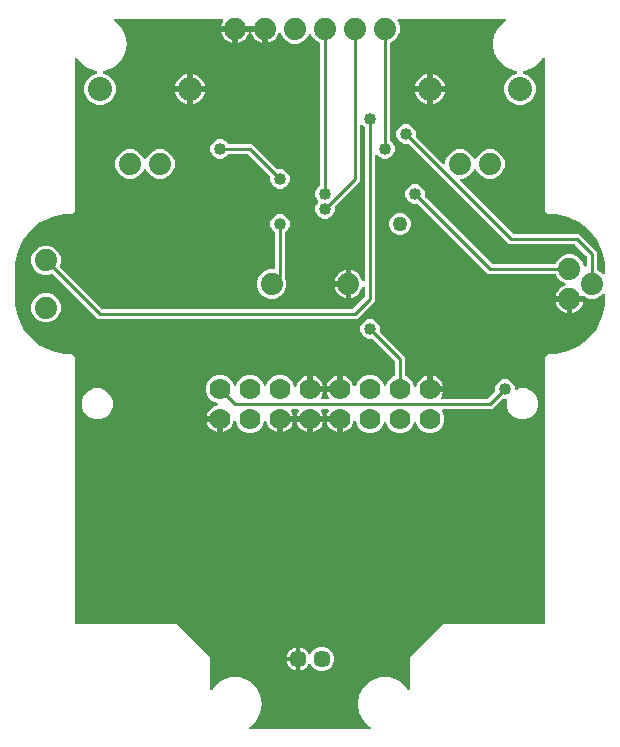
<source format=gbr>
G04 EAGLE Gerber RS-274X export*
G75*
%MOMM*%
%FSLAX34Y34*%
%LPD*%
%INTop Copper*%
%IPPOS*%
%AMOC8*
5,1,8,0,0,1.08239X$1,22.5*%
G01*
%ADD10C,1.879600*%
%ADD11C,2.032000*%
%ADD12C,1.778000*%
%ADD13C,1.447800*%
%ADD14C,1.270000*%
%ADD15C,1.016000*%
%ADD16C,0.254000*%

G36*
X304304Y4069D02*
X304304Y4069D01*
X304340Y4067D01*
X304462Y4089D01*
X304585Y4105D01*
X304618Y4118D01*
X304653Y4124D01*
X304765Y4176D01*
X304881Y4222D01*
X304909Y4242D01*
X304941Y4257D01*
X305038Y4336D01*
X305138Y4408D01*
X305160Y4436D01*
X305188Y4458D01*
X305261Y4558D01*
X305341Y4653D01*
X305356Y4685D01*
X305377Y4714D01*
X305423Y4829D01*
X305476Y4941D01*
X305483Y4976D01*
X305496Y5009D01*
X305513Y5132D01*
X305536Y5253D01*
X305534Y5289D01*
X305539Y5324D01*
X305524Y5447D01*
X305516Y5571D01*
X305505Y5605D01*
X305501Y5640D01*
X305456Y5755D01*
X305418Y5873D01*
X305399Y5903D01*
X305386Y5936D01*
X305315Y6037D01*
X305248Y6142D01*
X305222Y6166D01*
X305202Y6195D01*
X305085Y6306D01*
X299915Y10644D01*
X295929Y17549D01*
X294545Y25400D01*
X295929Y33251D01*
X299915Y40155D01*
X306022Y45280D01*
X313514Y48007D01*
X321486Y48007D01*
X328978Y45280D01*
X335085Y40156D01*
X336467Y37762D01*
X336555Y37646D01*
X336640Y37528D01*
X336651Y37519D01*
X336659Y37509D01*
X336773Y37418D01*
X336885Y37325D01*
X336898Y37319D01*
X336908Y37311D01*
X337042Y37251D01*
X337173Y37190D01*
X337186Y37187D01*
X337199Y37182D01*
X337343Y37157D01*
X337486Y37130D01*
X337499Y37131D01*
X337512Y37128D01*
X337658Y37141D01*
X337803Y37150D01*
X337816Y37154D01*
X337829Y37155D01*
X337967Y37203D01*
X338105Y37248D01*
X338117Y37255D01*
X338130Y37259D01*
X338251Y37340D01*
X338374Y37418D01*
X338383Y37428D01*
X338395Y37435D01*
X338492Y37543D01*
X338592Y37649D01*
X338599Y37661D01*
X338608Y37671D01*
X338675Y37801D01*
X338746Y37928D01*
X338749Y37941D01*
X338755Y37953D01*
X338789Y38095D01*
X338825Y38236D01*
X338826Y38254D01*
X338828Y38263D01*
X338828Y38280D01*
X338835Y38397D01*
X338835Y65184D01*
X366616Y92965D01*
X451866Y92965D01*
X451984Y92980D01*
X452103Y92987D01*
X452141Y93000D01*
X452182Y93005D01*
X452292Y93048D01*
X452405Y93085D01*
X452440Y93107D01*
X452477Y93122D01*
X452573Y93191D01*
X452674Y93255D01*
X452702Y93285D01*
X452735Y93308D01*
X452811Y93400D01*
X452892Y93487D01*
X452912Y93522D01*
X452937Y93553D01*
X452988Y93661D01*
X453046Y93765D01*
X453056Y93805D01*
X453073Y93841D01*
X453095Y93958D01*
X453125Y94073D01*
X453129Y94133D01*
X453133Y94153D01*
X453131Y94174D01*
X453135Y94234D01*
X453135Y319184D01*
X455516Y321565D01*
X457200Y321565D01*
X457219Y321567D01*
X457271Y321567D01*
X462362Y321853D01*
X462388Y321857D01*
X462414Y321857D01*
X462573Y321882D01*
X472499Y324148D01*
X472557Y324169D01*
X472618Y324181D01*
X472767Y324242D01*
X481940Y328659D01*
X481992Y328693D01*
X482049Y328718D01*
X482181Y328810D01*
X490141Y335158D01*
X490184Y335203D01*
X490234Y335240D01*
X490342Y335359D01*
X496690Y343319D01*
X496722Y343372D01*
X496762Y343420D01*
X496841Y343560D01*
X501258Y352733D01*
X501278Y352792D01*
X501306Y352847D01*
X501352Y353001D01*
X503618Y362927D01*
X503620Y362953D01*
X503628Y362978D01*
X503647Y363138D01*
X503933Y368229D01*
X503932Y368248D01*
X503933Y368259D01*
X503935Y368300D01*
X503935Y371509D01*
X503918Y371646D01*
X503905Y371785D01*
X503898Y371804D01*
X503895Y371824D01*
X503845Y371953D01*
X503797Y372084D01*
X503786Y372101D01*
X503778Y372120D01*
X503697Y372232D01*
X503619Y372347D01*
X503603Y372361D01*
X503592Y372377D01*
X503484Y372466D01*
X503380Y372558D01*
X503362Y372567D01*
X503347Y372580D01*
X503221Y372639D01*
X503097Y372703D01*
X503077Y372707D01*
X503059Y372716D01*
X502923Y372742D01*
X502787Y372772D01*
X502766Y372772D01*
X502747Y372775D01*
X502608Y372767D01*
X502469Y372763D01*
X502449Y372757D01*
X502429Y372756D01*
X502297Y372713D01*
X502163Y372674D01*
X502146Y372664D01*
X502127Y372658D01*
X502009Y372583D01*
X501889Y372513D01*
X501868Y372494D01*
X501858Y372487D01*
X501844Y372472D01*
X501769Y372406D01*
X499810Y370448D01*
X495236Y368553D01*
X490284Y368553D01*
X485699Y370453D01*
X485690Y370455D01*
X485682Y370460D01*
X485536Y370497D01*
X485392Y370537D01*
X485383Y370537D01*
X485374Y370539D01*
X485213Y370549D01*
X474690Y370549D01*
X474572Y370534D01*
X474453Y370527D01*
X474415Y370514D01*
X474375Y370509D01*
X474264Y370466D01*
X474151Y370429D01*
X474117Y370407D01*
X474079Y370392D01*
X473983Y370323D01*
X473882Y370259D01*
X473854Y370229D01*
X473822Y370206D01*
X473746Y370114D01*
X473714Y370080D01*
X473709Y370088D01*
X473679Y370116D01*
X473655Y370149D01*
X473564Y370225D01*
X473477Y370306D01*
X473442Y370326D01*
X473410Y370351D01*
X473303Y370402D01*
X473198Y370460D01*
X473159Y370470D01*
X473123Y370487D01*
X473006Y370509D01*
X472890Y370539D01*
X472830Y370543D01*
X472810Y370547D01*
X472790Y370545D01*
X472730Y370549D01*
X461979Y370549D01*
X462065Y371096D01*
X462646Y372883D01*
X463499Y374557D01*
X464604Y376078D01*
X465932Y377406D01*
X467453Y378511D01*
X469127Y379364D01*
X469592Y379515D01*
X469619Y379528D01*
X469648Y379535D01*
X469763Y379595D01*
X469880Y379650D01*
X469903Y379669D01*
X469929Y379683D01*
X470025Y379771D01*
X470125Y379853D01*
X470142Y379877D01*
X470164Y379897D01*
X470235Y380006D01*
X470312Y380110D01*
X470323Y380138D01*
X470339Y380163D01*
X470381Y380285D01*
X470429Y380406D01*
X470433Y380436D01*
X470442Y380464D01*
X470453Y380593D01*
X470469Y380722D01*
X470465Y380751D01*
X470468Y380781D01*
X470445Y380909D01*
X470429Y381037D01*
X470418Y381065D01*
X470413Y381094D01*
X470360Y381212D01*
X470312Y381333D01*
X470295Y381357D01*
X470283Y381384D01*
X470202Y381485D01*
X470126Y381590D01*
X470103Y381609D01*
X470084Y381633D01*
X469981Y381710D01*
X469881Y381793D01*
X469854Y381806D01*
X469830Y381824D01*
X469685Y381895D01*
X466660Y383148D01*
X463158Y386650D01*
X462351Y388598D01*
X462337Y388623D01*
X462327Y388651D01*
X462258Y388761D01*
X462194Y388874D01*
X462173Y388895D01*
X462157Y388920D01*
X462063Y389009D01*
X461972Y389102D01*
X461947Y389118D01*
X461926Y389138D01*
X461812Y389201D01*
X461701Y389269D01*
X461673Y389277D01*
X461647Y389292D01*
X461521Y389324D01*
X461397Y389362D01*
X461368Y389364D01*
X461339Y389371D01*
X461179Y389381D01*
X404611Y389381D01*
X345293Y448700D01*
X345215Y448760D01*
X345143Y448828D01*
X345090Y448857D01*
X345042Y448894D01*
X344951Y448934D01*
X344864Y448982D01*
X344805Y448997D01*
X344750Y449021D01*
X344652Y449036D01*
X344556Y449061D01*
X344456Y449067D01*
X344436Y449071D01*
X344423Y449069D01*
X344395Y449071D01*
X341283Y449071D01*
X338295Y450309D01*
X336009Y452595D01*
X334771Y455583D01*
X334771Y458817D01*
X336009Y461805D01*
X338295Y464091D01*
X341283Y465329D01*
X344517Y465329D01*
X347505Y464091D01*
X349791Y461805D01*
X351029Y458817D01*
X351029Y455705D01*
X351041Y455606D01*
X351044Y455507D01*
X351061Y455449D01*
X351069Y455389D01*
X351105Y455297D01*
X351133Y455202D01*
X351163Y455150D01*
X351186Y455093D01*
X351244Y455013D01*
X351294Y454928D01*
X351360Y454853D01*
X351372Y454836D01*
X351382Y454828D01*
X351400Y454807D01*
X407817Y398390D01*
X407895Y398330D01*
X407968Y398262D01*
X408021Y398233D01*
X408068Y398196D01*
X408159Y398156D01*
X408246Y398108D01*
X408305Y398093D01*
X408360Y398069D01*
X408458Y398054D01*
X408554Y398029D01*
X408654Y398023D01*
X408674Y398019D01*
X408687Y398021D01*
X408715Y398019D01*
X461179Y398019D01*
X461208Y398022D01*
X461237Y398020D01*
X461365Y398042D01*
X461494Y398059D01*
X461521Y398069D01*
X461551Y398074D01*
X461669Y398128D01*
X461790Y398176D01*
X461814Y398193D01*
X461841Y398205D01*
X461942Y398286D01*
X462047Y398362D01*
X462066Y398385D01*
X462089Y398404D01*
X462167Y398507D01*
X462250Y398607D01*
X462263Y398634D01*
X462280Y398658D01*
X462351Y398802D01*
X463158Y400750D01*
X466660Y404252D01*
X471234Y406147D01*
X476186Y406147D01*
X480760Y404252D01*
X484262Y400750D01*
X485999Y396556D01*
X486034Y396495D01*
X486060Y396430D01*
X486112Y396358D01*
X486157Y396279D01*
X486205Y396229D01*
X486246Y396173D01*
X486316Y396115D01*
X486378Y396051D01*
X486438Y396015D01*
X486491Y395970D01*
X486573Y395932D01*
X486649Y395885D01*
X486716Y395864D01*
X486779Y395834D01*
X486867Y395818D01*
X486953Y395791D01*
X487023Y395788D01*
X487092Y395775D01*
X487181Y395780D01*
X487271Y395776D01*
X487339Y395790D01*
X487409Y395794D01*
X487494Y395822D01*
X487582Y395840D01*
X487645Y395871D01*
X487711Y395892D01*
X487787Y395940D01*
X487868Y395980D01*
X487921Y396025D01*
X487980Y396063D01*
X488042Y396128D01*
X488110Y396186D01*
X488150Y396243D01*
X488198Y396294D01*
X488241Y396373D01*
X488293Y396446D01*
X488318Y396512D01*
X488352Y396573D01*
X488374Y396660D01*
X488406Y396744D01*
X488414Y396813D01*
X488431Y396881D01*
X488441Y397041D01*
X488441Y404085D01*
X488429Y404184D01*
X488426Y404283D01*
X488409Y404341D01*
X488401Y404401D01*
X488365Y404493D01*
X488337Y404588D01*
X488307Y404640D01*
X488284Y404697D01*
X488226Y404777D01*
X488176Y404862D01*
X488110Y404937D01*
X488098Y404954D01*
X488088Y404962D01*
X488070Y404983D01*
X478643Y414410D01*
X478565Y414470D01*
X478492Y414538D01*
X478439Y414567D01*
X478392Y414604D01*
X478301Y414644D01*
X478214Y414692D01*
X478155Y414707D01*
X478100Y414731D01*
X478002Y414746D01*
X477906Y414771D01*
X477806Y414777D01*
X477786Y414781D01*
X477773Y414779D01*
X477745Y414781D01*
X422391Y414781D01*
X337673Y499500D01*
X337595Y499560D01*
X337522Y499628D01*
X337469Y499657D01*
X337422Y499694D01*
X337331Y499734D01*
X337244Y499782D01*
X337185Y499797D01*
X337130Y499821D01*
X337032Y499836D01*
X336936Y499861D01*
X336836Y499867D01*
X336816Y499871D01*
X336803Y499869D01*
X336775Y499871D01*
X333663Y499871D01*
X330675Y501109D01*
X328389Y503395D01*
X327151Y506383D01*
X327151Y509617D01*
X328389Y512605D01*
X330675Y514891D01*
X333663Y516129D01*
X336897Y516129D01*
X339885Y514891D01*
X342171Y512605D01*
X343409Y509617D01*
X343409Y506505D01*
X343421Y506406D01*
X343424Y506307D01*
X343441Y506249D01*
X343449Y506189D01*
X343485Y506097D01*
X343513Y506002D01*
X343543Y505950D01*
X343566Y505893D01*
X343624Y505813D01*
X343674Y505728D01*
X343740Y505653D01*
X343752Y505636D01*
X343762Y505628D01*
X343780Y505607D01*
X366387Y483001D01*
X366496Y482916D01*
X366603Y482827D01*
X366622Y482819D01*
X366638Y482806D01*
X366766Y482751D01*
X366891Y482692D01*
X366911Y482688D01*
X366930Y482680D01*
X367068Y482658D01*
X367204Y482632D01*
X367224Y482633D01*
X367244Y482630D01*
X367383Y482643D01*
X367521Y482652D01*
X367540Y482658D01*
X367560Y482660D01*
X367692Y482707D01*
X367823Y482750D01*
X367841Y482760D01*
X367860Y482767D01*
X367975Y482845D01*
X368092Y482920D01*
X368106Y482935D01*
X368123Y482946D01*
X368215Y483050D01*
X368310Y483151D01*
X368320Y483169D01*
X368333Y483184D01*
X368397Y483308D01*
X368464Y483430D01*
X368469Y483450D01*
X368478Y483468D01*
X368508Y483603D01*
X368543Y483738D01*
X368545Y483766D01*
X368548Y483778D01*
X368547Y483798D01*
X368553Y483899D01*
X368553Y485076D01*
X370448Y489650D01*
X373950Y493152D01*
X378524Y495047D01*
X383476Y495047D01*
X388050Y493152D01*
X391552Y489651D01*
X392527Y487295D01*
X392596Y487174D01*
X392661Y487052D01*
X392675Y487037D01*
X392685Y487019D01*
X392782Y486919D01*
X392875Y486816D01*
X392892Y486805D01*
X392906Y486791D01*
X393024Y486718D01*
X393141Y486642D01*
X393160Y486635D01*
X393177Y486624D01*
X393310Y486584D01*
X393442Y486538D01*
X393462Y486537D01*
X393481Y486531D01*
X393620Y486524D01*
X393759Y486513D01*
X393779Y486517D01*
X393799Y486516D01*
X393935Y486544D01*
X394072Y486568D01*
X394091Y486576D01*
X394110Y486580D01*
X394235Y486641D01*
X394362Y486698D01*
X394378Y486711D01*
X394396Y486720D01*
X394502Y486810D01*
X394610Y486897D01*
X394623Y486913D01*
X394638Y486926D01*
X394718Y487040D01*
X394802Y487151D01*
X394814Y487176D01*
X394821Y487186D01*
X394828Y487205D01*
X394873Y487295D01*
X395848Y489650D01*
X399350Y493152D01*
X403924Y495047D01*
X408876Y495047D01*
X413450Y493152D01*
X416952Y489650D01*
X418847Y485076D01*
X418847Y480124D01*
X416952Y475550D01*
X413450Y472048D01*
X408876Y470153D01*
X403924Y470153D01*
X399350Y472048D01*
X395848Y475550D01*
X394873Y477905D01*
X394804Y478025D01*
X394739Y478148D01*
X394725Y478163D01*
X394715Y478181D01*
X394618Y478281D01*
X394525Y478384D01*
X394508Y478395D01*
X394494Y478409D01*
X394375Y478482D01*
X394259Y478558D01*
X394240Y478565D01*
X394223Y478576D01*
X394090Y478617D01*
X393958Y478662D01*
X393938Y478663D01*
X393919Y478669D01*
X393780Y478676D01*
X393641Y478687D01*
X393621Y478683D01*
X393601Y478684D01*
X393465Y478656D01*
X393328Y478632D01*
X393309Y478624D01*
X393290Y478620D01*
X393164Y478559D01*
X393038Y478502D01*
X393022Y478489D01*
X393004Y478480D01*
X392898Y478390D01*
X392790Y478303D01*
X392777Y478287D01*
X392762Y478274D01*
X392682Y478160D01*
X392598Y478049D01*
X392586Y478024D01*
X392579Y478014D01*
X392572Y477995D01*
X392527Y477905D01*
X391552Y475549D01*
X388050Y472048D01*
X383476Y470153D01*
X382299Y470153D01*
X382161Y470136D01*
X382022Y470123D01*
X382003Y470116D01*
X381983Y470113D01*
X381854Y470062D01*
X381723Y470015D01*
X381706Y470004D01*
X381687Y469996D01*
X381575Y469915D01*
X381460Y469837D01*
X381446Y469821D01*
X381430Y469810D01*
X381341Y469702D01*
X381249Y469598D01*
X381240Y469580D01*
X381227Y469565D01*
X381168Y469439D01*
X381105Y469315D01*
X381100Y469295D01*
X381092Y469277D01*
X381066Y469141D01*
X381035Y469005D01*
X381036Y468984D01*
X381032Y468965D01*
X381041Y468826D01*
X381045Y468687D01*
X381050Y468667D01*
X381052Y468647D01*
X381094Y468515D01*
X381133Y468381D01*
X381143Y468364D01*
X381150Y468345D01*
X381224Y468227D01*
X381295Y468107D01*
X381313Y468086D01*
X381320Y468076D01*
X381335Y468062D01*
X381401Y467987D01*
X425597Y423790D01*
X425675Y423730D01*
X425748Y423662D01*
X425801Y423633D01*
X425848Y423596D01*
X425939Y423556D01*
X426026Y423508D01*
X426085Y423493D01*
X426140Y423469D01*
X426238Y423454D01*
X426334Y423429D01*
X426434Y423423D01*
X426454Y423419D01*
X426467Y423421D01*
X426495Y423419D01*
X481849Y423419D01*
X497079Y408189D01*
X497079Y393531D01*
X497082Y393502D01*
X497080Y393473D01*
X497102Y393345D01*
X497119Y393216D01*
X497129Y393189D01*
X497134Y393159D01*
X497188Y393041D01*
X497236Y392920D01*
X497253Y392896D01*
X497265Y392869D01*
X497346Y392768D01*
X497422Y392663D01*
X497445Y392644D01*
X497464Y392621D01*
X497567Y392543D01*
X497667Y392460D01*
X497694Y392447D01*
X497718Y392430D01*
X497862Y392359D01*
X499810Y391552D01*
X501769Y389594D01*
X501878Y389509D01*
X501985Y389420D01*
X502004Y389411D01*
X502020Y389399D01*
X502148Y389343D01*
X502273Y389284D01*
X502293Y389281D01*
X502312Y389273D01*
X502450Y389251D01*
X502586Y389225D01*
X502606Y389226D01*
X502626Y389223D01*
X502765Y389236D01*
X502903Y389244D01*
X502922Y389251D01*
X502942Y389252D01*
X503074Y389300D01*
X503205Y389342D01*
X503223Y389353D01*
X503242Y389360D01*
X503357Y389438D01*
X503474Y389513D01*
X503488Y389527D01*
X503505Y389539D01*
X503597Y389643D01*
X503692Y389744D01*
X503702Y389762D01*
X503715Y389777D01*
X503779Y389901D01*
X503846Y390023D01*
X503851Y390042D01*
X503860Y390060D01*
X503890Y390196D01*
X503925Y390331D01*
X503927Y390359D01*
X503930Y390371D01*
X503929Y390391D01*
X503935Y390491D01*
X503935Y393700D01*
X503933Y393719D01*
X503933Y393771D01*
X503647Y398862D01*
X503643Y398888D01*
X503643Y398914D01*
X503625Y399025D01*
X503625Y399038D01*
X503622Y399047D01*
X503618Y399073D01*
X501352Y408999D01*
X501331Y409057D01*
X501319Y409118D01*
X501258Y409267D01*
X496841Y418440D01*
X496807Y418492D01*
X496782Y418549D01*
X496690Y418681D01*
X490342Y426641D01*
X490297Y426684D01*
X490260Y426734D01*
X490141Y426842D01*
X482181Y433190D01*
X482128Y433222D01*
X482080Y433262D01*
X481940Y433341D01*
X472767Y437758D01*
X472708Y437778D01*
X472653Y437806D01*
X472499Y437852D01*
X462573Y440118D01*
X462547Y440120D01*
X462522Y440128D01*
X462362Y440147D01*
X457271Y440433D01*
X457252Y440432D01*
X457200Y440435D01*
X455516Y440435D01*
X453135Y442816D01*
X453135Y571203D01*
X453117Y571348D01*
X453102Y571493D01*
X453097Y571506D01*
X453095Y571519D01*
X453042Y571654D01*
X452991Y571791D01*
X452983Y571802D01*
X452978Y571815D01*
X452893Y571932D01*
X452810Y572052D01*
X452799Y572061D01*
X452792Y572072D01*
X452680Y572165D01*
X452569Y572260D01*
X452557Y572266D01*
X452547Y572275D01*
X452415Y572337D01*
X452284Y572402D01*
X452271Y572405D01*
X452259Y572410D01*
X452117Y572438D01*
X451973Y572468D01*
X451960Y572468D01*
X451947Y572470D01*
X451802Y572461D01*
X451656Y572455D01*
X451642Y572451D01*
X451629Y572450D01*
X451491Y572406D01*
X451351Y572363D01*
X451339Y572356D01*
X451327Y572352D01*
X451204Y572275D01*
X451079Y572199D01*
X451069Y572189D01*
X451058Y572182D01*
X450958Y572076D01*
X450856Y571972D01*
X450846Y571957D01*
X450840Y571951D01*
X450832Y571936D01*
X450767Y571838D01*
X449385Y569445D01*
X443278Y564320D01*
X435786Y561593D01*
X435293Y561593D01*
X435224Y561585D01*
X435154Y561586D01*
X435066Y561565D01*
X434977Y561553D01*
X434912Y561528D01*
X434845Y561511D01*
X434765Y561469D01*
X434682Y561436D01*
X434625Y561395D01*
X434564Y561363D01*
X434497Y561302D01*
X434424Y561250D01*
X434380Y561196D01*
X434328Y561149D01*
X434279Y561074D01*
X434222Y561005D01*
X434192Y560941D01*
X434153Y560883D01*
X434124Y560798D01*
X434086Y560717D01*
X434073Y560648D01*
X434050Y560582D01*
X434043Y560493D01*
X434026Y560405D01*
X434031Y560335D01*
X434025Y560265D01*
X434040Y560177D01*
X434046Y560087D01*
X434067Y560021D01*
X434079Y559952D01*
X434116Y559870D01*
X434144Y559785D01*
X434181Y559726D01*
X434210Y559662D01*
X434266Y559592D01*
X434314Y559516D01*
X434365Y559468D01*
X434409Y559414D01*
X434480Y559359D01*
X434546Y559298D01*
X434607Y559264D01*
X434663Y559222D01*
X434807Y559151D01*
X439282Y557298D01*
X442998Y553582D01*
X445009Y548727D01*
X445009Y543473D01*
X442998Y538618D01*
X439282Y534902D01*
X434427Y532891D01*
X429173Y532891D01*
X424318Y534902D01*
X420602Y538618D01*
X418591Y543473D01*
X418591Y548727D01*
X420602Y553582D01*
X424318Y557298D01*
X428793Y559151D01*
X428853Y559186D01*
X428918Y559212D01*
X428991Y559264D01*
X429069Y559309D01*
X429119Y559357D01*
X429176Y559398D01*
X429233Y559468D01*
X429297Y559530D01*
X429334Y559590D01*
X429378Y559643D01*
X429417Y559725D01*
X429464Y559801D01*
X429484Y559868D01*
X429514Y559931D01*
X429531Y560019D01*
X429557Y560105D01*
X429561Y560175D01*
X429574Y560244D01*
X429568Y560333D01*
X429572Y560423D01*
X429558Y560491D01*
X429554Y560561D01*
X429526Y560646D01*
X429508Y560734D01*
X429477Y560797D01*
X429456Y560863D01*
X429408Y560939D01*
X429368Y561020D01*
X429323Y561073D01*
X429286Y561132D01*
X429220Y561194D01*
X429162Y561262D01*
X429105Y561302D01*
X429054Y561350D01*
X428976Y561393D01*
X428902Y561445D01*
X428837Y561470D01*
X428776Y561504D01*
X428689Y561526D01*
X428605Y561558D01*
X428535Y561566D01*
X428468Y561583D01*
X428307Y561593D01*
X427814Y561593D01*
X420322Y564320D01*
X414215Y569444D01*
X410229Y576349D01*
X408845Y584200D01*
X410229Y592051D01*
X414215Y598955D01*
X419385Y603294D01*
X419409Y603320D01*
X419438Y603340D01*
X419517Y603436D01*
X419601Y603527D01*
X419618Y603558D01*
X419641Y603585D01*
X419694Y603698D01*
X419753Y603807D01*
X419761Y603841D01*
X419776Y603873D01*
X419799Y603995D01*
X419830Y604115D01*
X419829Y604151D01*
X419836Y604186D01*
X419828Y604309D01*
X419827Y604433D01*
X419818Y604468D01*
X419816Y604503D01*
X419778Y604621D01*
X419746Y604741D01*
X419729Y604772D01*
X419718Y604805D01*
X419652Y604910D01*
X419591Y605019D01*
X419567Y605044D01*
X419548Y605074D01*
X419458Y605159D01*
X419372Y605249D01*
X419342Y605268D01*
X419316Y605292D01*
X419208Y605352D01*
X419103Y605418D01*
X419069Y605429D01*
X419038Y605446D01*
X418918Y605477D01*
X418800Y605514D01*
X418764Y605516D01*
X418730Y605525D01*
X418569Y605535D01*
X329295Y605535D01*
X329246Y605529D01*
X329196Y605531D01*
X329089Y605509D01*
X328979Y605495D01*
X328933Y605477D01*
X328885Y605467D01*
X328786Y605419D01*
X328684Y605378D01*
X328644Y605349D01*
X328599Y605327D01*
X328515Y605256D01*
X328426Y605192D01*
X328395Y605153D01*
X328357Y605121D01*
X328294Y605031D01*
X328224Y604947D01*
X328202Y604902D01*
X328174Y604861D01*
X328135Y604758D01*
X328088Y604659D01*
X328079Y604610D01*
X328061Y604564D01*
X328049Y604454D01*
X328028Y604347D01*
X328031Y604297D01*
X328026Y604248D01*
X328041Y604139D01*
X328048Y604029D01*
X328063Y603982D01*
X328070Y603933D01*
X328122Y603780D01*
X329947Y599376D01*
X329947Y594424D01*
X328052Y589850D01*
X324550Y586348D01*
X322602Y585541D01*
X322577Y585527D01*
X322549Y585517D01*
X322439Y585448D01*
X322326Y585384D01*
X322305Y585363D01*
X322280Y585347D01*
X322191Y585253D01*
X322098Y585162D01*
X322082Y585137D01*
X322062Y585116D01*
X321999Y585002D01*
X321931Y584891D01*
X321923Y584863D01*
X321908Y584837D01*
X321876Y584711D01*
X321838Y584587D01*
X321836Y584558D01*
X321829Y584529D01*
X321819Y584369D01*
X321819Y503003D01*
X321831Y502905D01*
X321834Y502806D01*
X321851Y502747D01*
X321859Y502687D01*
X321895Y502595D01*
X321923Y502500D01*
X321953Y502448D01*
X321976Y502392D01*
X322034Y502312D01*
X322084Y502226D01*
X322150Y502151D01*
X322162Y502134D01*
X322172Y502126D01*
X322190Y502105D01*
X324391Y499905D01*
X325629Y496917D01*
X325629Y493683D01*
X324391Y490695D01*
X322105Y488409D01*
X319117Y487171D01*
X315883Y487171D01*
X312895Y488409D01*
X311285Y490019D01*
X311176Y490104D01*
X311069Y490193D01*
X311050Y490201D01*
X311034Y490214D01*
X310906Y490269D01*
X310781Y490328D01*
X310761Y490332D01*
X310742Y490340D01*
X310604Y490362D01*
X310468Y490388D01*
X310448Y490387D01*
X310428Y490390D01*
X310289Y490377D01*
X310151Y490368D01*
X310132Y490362D01*
X310112Y490360D01*
X309980Y490313D01*
X309849Y490270D01*
X309831Y490259D01*
X309812Y490252D01*
X309697Y490174D01*
X309580Y490100D01*
X309566Y490085D01*
X309549Y490074D01*
X309457Y489970D01*
X309362Y489868D01*
X309352Y489851D01*
X309339Y489835D01*
X309275Y489711D01*
X309208Y489590D01*
X309203Y489570D01*
X309194Y489552D01*
X309164Y489416D01*
X309129Y489282D01*
X309127Y489254D01*
X309124Y489242D01*
X309125Y489221D01*
X309119Y489121D01*
X309119Y366511D01*
X293889Y351281D01*
X74091Y351281D01*
X36287Y389085D01*
X36264Y389103D01*
X36245Y389126D01*
X36139Y389201D01*
X36036Y389280D01*
X36009Y389292D01*
X35985Y389309D01*
X35863Y389355D01*
X35744Y389406D01*
X35715Y389411D01*
X35687Y389421D01*
X35558Y389436D01*
X35430Y389456D01*
X35401Y389453D01*
X35371Y389457D01*
X35243Y389439D01*
X35113Y389426D01*
X35086Y389416D01*
X35056Y389412D01*
X34904Y389360D01*
X32956Y388553D01*
X28004Y388553D01*
X23430Y390448D01*
X19928Y393950D01*
X18033Y398524D01*
X18033Y403476D01*
X19928Y408050D01*
X23430Y411552D01*
X28004Y413447D01*
X32956Y413447D01*
X37530Y411552D01*
X41032Y408050D01*
X42927Y403476D01*
X42927Y398524D01*
X42120Y396576D01*
X42112Y396548D01*
X42099Y396521D01*
X42070Y396394D01*
X42036Y396269D01*
X42035Y396240D01*
X42029Y396211D01*
X42033Y396081D01*
X42031Y395951D01*
X42038Y395923D01*
X42039Y395893D01*
X42075Y395768D01*
X42105Y395642D01*
X42119Y395616D01*
X42127Y395588D01*
X42193Y395476D01*
X42254Y395361D01*
X42273Y395339D01*
X42288Y395314D01*
X42395Y395193D01*
X77297Y360290D01*
X77375Y360230D01*
X77448Y360162D01*
X77501Y360133D01*
X77548Y360096D01*
X77639Y360056D01*
X77726Y360008D01*
X77785Y359993D01*
X77840Y359969D01*
X77938Y359954D01*
X78034Y359929D01*
X78134Y359923D01*
X78154Y359919D01*
X78167Y359921D01*
X78195Y359919D01*
X289785Y359919D01*
X289884Y359931D01*
X289983Y359934D01*
X290041Y359951D01*
X290101Y359959D01*
X290193Y359995D01*
X290288Y360023D01*
X290340Y360053D01*
X290397Y360076D01*
X290477Y360134D01*
X290562Y360184D01*
X290637Y360250D01*
X290654Y360262D01*
X290662Y360272D01*
X290683Y360290D01*
X300110Y369717D01*
X300170Y369795D01*
X300238Y369868D01*
X300267Y369921D01*
X300304Y369968D01*
X300344Y370059D01*
X300392Y370146D01*
X300407Y370205D01*
X300431Y370260D01*
X300446Y370358D01*
X300471Y370454D01*
X300477Y370554D01*
X300481Y370574D01*
X300479Y370587D01*
X300481Y370615D01*
X300481Y377382D01*
X300466Y377500D01*
X300459Y377619D01*
X300446Y377657D01*
X300441Y377697D01*
X300398Y377808D01*
X300361Y377922D01*
X300339Y377956D01*
X300324Y377993D01*
X300254Y378089D01*
X300190Y378190D01*
X300161Y378218D01*
X300138Y378250D01*
X300046Y378326D01*
X299959Y378408D01*
X299923Y378427D01*
X299893Y378453D01*
X299785Y378504D01*
X299680Y378561D01*
X299641Y378571D01*
X299605Y378589D01*
X299488Y378611D01*
X299372Y378641D01*
X299332Y378641D01*
X299293Y378648D01*
X299173Y378641D01*
X299054Y378641D01*
X299015Y378631D01*
X298975Y378629D01*
X298862Y378592D01*
X298746Y378562D01*
X298711Y378543D01*
X298673Y378531D01*
X298572Y378467D01*
X298467Y378409D01*
X298438Y378382D01*
X298404Y378360D01*
X298322Y378273D01*
X298235Y378192D01*
X298213Y378158D01*
X298186Y378129D01*
X298128Y378024D01*
X298064Y377924D01*
X298042Y377868D01*
X298032Y377850D01*
X298027Y377831D01*
X298005Y377774D01*
X297564Y376417D01*
X296711Y374743D01*
X295606Y373222D01*
X294278Y371894D01*
X292757Y370789D01*
X291083Y369936D01*
X289296Y369355D01*
X288749Y369269D01*
X288749Y380020D01*
X288734Y380138D01*
X288727Y380257D01*
X288714Y380295D01*
X288709Y380335D01*
X288666Y380446D01*
X288629Y380559D01*
X288607Y380593D01*
X288592Y380631D01*
X288523Y380727D01*
X288459Y380828D01*
X288429Y380856D01*
X288406Y380888D01*
X288314Y380964D01*
X288280Y380996D01*
X288288Y381001D01*
X288316Y381031D01*
X288349Y381055D01*
X288425Y381146D01*
X288506Y381233D01*
X288526Y381268D01*
X288551Y381300D01*
X288602Y381407D01*
X288660Y381512D01*
X288670Y381551D01*
X288687Y381587D01*
X288709Y381704D01*
X288739Y381820D01*
X288743Y381880D01*
X288747Y381900D01*
X288745Y381920D01*
X288749Y381980D01*
X288749Y392731D01*
X289296Y392645D01*
X291083Y392064D01*
X292757Y391211D01*
X294278Y390106D01*
X295606Y388778D01*
X296711Y387257D01*
X297564Y385583D01*
X298005Y384226D01*
X298056Y384118D01*
X298100Y384007D01*
X298123Y383975D01*
X298140Y383938D01*
X298216Y383846D01*
X298286Y383750D01*
X298317Y383724D01*
X298343Y383693D01*
X298440Y383623D01*
X298531Y383547D01*
X298568Y383530D01*
X298600Y383506D01*
X298712Y383462D01*
X298819Y383411D01*
X298858Y383404D01*
X298896Y383389D01*
X299015Y383374D01*
X299132Y383352D01*
X299171Y383354D01*
X299211Y383349D01*
X299330Y383364D01*
X299449Y383371D01*
X299487Y383384D01*
X299527Y383389D01*
X299638Y383433D01*
X299751Y383469D01*
X299785Y383491D01*
X299823Y383506D01*
X299919Y383576D01*
X300020Y383640D01*
X300048Y383669D01*
X300080Y383692D01*
X300156Y383784D01*
X300238Y383871D01*
X300257Y383906D01*
X300283Y383937D01*
X300334Y384045D01*
X300392Y384150D01*
X300402Y384189D01*
X300419Y384225D01*
X300441Y384342D01*
X300471Y384458D01*
X300475Y384517D01*
X300479Y384537D01*
X300477Y384558D01*
X300481Y384618D01*
X300481Y512997D01*
X300469Y513095D01*
X300466Y513194D01*
X300449Y513253D01*
X300441Y513313D01*
X300405Y513405D01*
X300377Y513500D01*
X300347Y513552D01*
X300324Y513608D01*
X300266Y513688D01*
X300216Y513774D01*
X300150Y513849D01*
X300138Y513866D01*
X300128Y513874D01*
X300110Y513895D01*
X298585Y515419D01*
X298476Y515504D01*
X298369Y515593D01*
X298350Y515601D01*
X298334Y515614D01*
X298207Y515669D01*
X298081Y515728D01*
X298061Y515732D01*
X298042Y515740D01*
X297904Y515762D01*
X297768Y515788D01*
X297748Y515787D01*
X297728Y515790D01*
X297589Y515777D01*
X297451Y515768D01*
X297432Y515762D01*
X297412Y515760D01*
X297280Y515713D01*
X297149Y515670D01*
X297131Y515659D01*
X297112Y515652D01*
X296997Y515574D01*
X296880Y515500D01*
X296866Y515485D01*
X296849Y515474D01*
X296757Y515370D01*
X296662Y515268D01*
X296652Y515251D01*
X296639Y515235D01*
X296575Y515111D01*
X296508Y514990D01*
X296503Y514970D01*
X296494Y514952D01*
X296464Y514816D01*
X296429Y514682D01*
X296427Y514654D01*
X296424Y514642D01*
X296425Y514621D01*
X296419Y514521D01*
X296419Y468111D01*
X293517Y465210D01*
X275200Y446893D01*
X275140Y446815D01*
X275072Y446743D01*
X275043Y446690D01*
X275006Y446642D01*
X274966Y446551D01*
X274918Y446464D01*
X274903Y446405D01*
X274879Y446350D01*
X274864Y446252D01*
X274839Y446156D01*
X274833Y446056D01*
X274829Y446036D01*
X274831Y446023D01*
X274829Y445995D01*
X274829Y442883D01*
X273591Y439895D01*
X271305Y437609D01*
X268317Y436371D01*
X265083Y436371D01*
X262095Y437609D01*
X259809Y439895D01*
X258571Y442883D01*
X258571Y446117D01*
X259809Y449105D01*
X260657Y449953D01*
X260730Y450047D01*
X260808Y450136D01*
X260820Y450159D01*
X260821Y450160D01*
X260826Y450171D01*
X260827Y450172D01*
X260852Y450204D01*
X260899Y450313D01*
X260953Y450419D01*
X260962Y450458D01*
X260978Y450496D01*
X260997Y450613D01*
X261023Y450729D01*
X261022Y450770D01*
X261028Y450810D01*
X261017Y450928D01*
X261013Y451047D01*
X261002Y451086D01*
X260998Y451126D01*
X260958Y451238D01*
X260925Y451353D01*
X260904Y451388D01*
X260890Y451426D01*
X260824Y451524D01*
X260763Y451627D01*
X260723Y451672D01*
X260712Y451689D01*
X260697Y451702D01*
X260657Y451748D01*
X259809Y452595D01*
X258571Y455583D01*
X258571Y458817D01*
X259809Y461805D01*
X262010Y464005D01*
X262070Y464084D01*
X262138Y464156D01*
X262167Y464209D01*
X262204Y464257D01*
X262244Y464348D01*
X262292Y464434D01*
X262307Y464493D01*
X262331Y464548D01*
X262346Y464646D01*
X262371Y464742D01*
X262377Y464842D01*
X262381Y464863D01*
X262379Y464875D01*
X262381Y464903D01*
X262381Y584369D01*
X262378Y584398D01*
X262380Y584427D01*
X262358Y584555D01*
X262341Y584684D01*
X262331Y584711D01*
X262326Y584741D01*
X262272Y584859D01*
X262224Y584980D01*
X262207Y585004D01*
X262195Y585031D01*
X262114Y585132D01*
X262038Y585237D01*
X262015Y585256D01*
X261996Y585279D01*
X261893Y585357D01*
X261793Y585440D01*
X261766Y585453D01*
X261742Y585470D01*
X261598Y585541D01*
X259650Y586348D01*
X256148Y589850D01*
X255173Y592205D01*
X255104Y592325D01*
X255039Y592448D01*
X255025Y592463D01*
X255015Y592481D01*
X254918Y592581D01*
X254825Y592684D01*
X254808Y592695D01*
X254794Y592709D01*
X254676Y592782D01*
X254559Y592858D01*
X254540Y592865D01*
X254523Y592876D01*
X254390Y592916D01*
X254258Y592962D01*
X254238Y592963D01*
X254219Y592969D01*
X254080Y592976D01*
X253941Y592987D01*
X253921Y592983D01*
X253901Y592984D01*
X253765Y592956D01*
X253628Y592932D01*
X253609Y592924D01*
X253590Y592920D01*
X253465Y592859D01*
X253338Y592802D01*
X253322Y592789D01*
X253304Y592780D01*
X253198Y592690D01*
X253090Y592603D01*
X253077Y592587D01*
X253062Y592574D01*
X252982Y592460D01*
X252898Y592349D01*
X252886Y592324D01*
X252879Y592314D01*
X252872Y592295D01*
X252827Y592205D01*
X251852Y589850D01*
X248350Y586348D01*
X243776Y584453D01*
X238824Y584453D01*
X234250Y586348D01*
X230748Y589850D01*
X229495Y592875D01*
X229480Y592901D01*
X229471Y592930D01*
X229401Y593039D01*
X229337Y593152D01*
X229316Y593173D01*
X229300Y593198D01*
X229206Y593287D01*
X229116Y593380D01*
X229090Y593396D01*
X229069Y593416D01*
X228955Y593479D01*
X228845Y593546D01*
X228816Y593555D01*
X228790Y593569D01*
X228665Y593602D01*
X228541Y593640D01*
X228511Y593641D01*
X228482Y593649D01*
X228352Y593649D01*
X228223Y593655D01*
X228194Y593649D01*
X228164Y593649D01*
X228039Y593617D01*
X227912Y593591D01*
X227885Y593578D01*
X227856Y593570D01*
X227743Y593508D01*
X227626Y593451D01*
X227603Y593432D01*
X227577Y593417D01*
X227483Y593329D01*
X227384Y593245D01*
X227367Y593220D01*
X227345Y593200D01*
X227276Y593091D01*
X227201Y592985D01*
X227190Y592957D01*
X227174Y592931D01*
X227115Y592782D01*
X226964Y592317D01*
X226111Y590643D01*
X225006Y589122D01*
X223678Y587794D01*
X222157Y586689D01*
X220483Y585836D01*
X218696Y585255D01*
X218439Y585215D01*
X218439Y595630D01*
X218424Y595748D01*
X218417Y595867D01*
X218404Y595905D01*
X218399Y595945D01*
X218356Y596056D01*
X218319Y596169D01*
X218297Y596203D01*
X218282Y596241D01*
X218212Y596337D01*
X218149Y596438D01*
X218119Y596466D01*
X218095Y596498D01*
X218004Y596574D01*
X217917Y596656D01*
X217882Y596675D01*
X217851Y596701D01*
X217743Y596752D01*
X217639Y596809D01*
X217599Y596820D01*
X217563Y596837D01*
X217446Y596859D01*
X217331Y596889D01*
X217270Y596893D01*
X217250Y596897D01*
X217230Y596895D01*
X217170Y596899D01*
X215899Y596899D01*
X215899Y598170D01*
X215884Y598288D01*
X215877Y598407D01*
X215864Y598445D01*
X215859Y598485D01*
X215815Y598596D01*
X215779Y598709D01*
X215757Y598744D01*
X215742Y598781D01*
X215672Y598877D01*
X215609Y598978D01*
X215579Y599006D01*
X215555Y599039D01*
X215464Y599114D01*
X215377Y599196D01*
X215342Y599216D01*
X215310Y599241D01*
X215203Y599292D01*
X215098Y599350D01*
X215059Y599360D01*
X215023Y599377D01*
X214906Y599399D01*
X214791Y599429D01*
X214730Y599433D01*
X214710Y599437D01*
X214690Y599435D01*
X214630Y599439D01*
X191770Y599439D01*
X191652Y599424D01*
X191533Y599417D01*
X191495Y599404D01*
X191455Y599399D01*
X191344Y599356D01*
X191231Y599319D01*
X191197Y599297D01*
X191159Y599282D01*
X191063Y599212D01*
X190962Y599149D01*
X190934Y599119D01*
X190902Y599095D01*
X190826Y599004D01*
X190744Y598917D01*
X190725Y598882D01*
X190699Y598851D01*
X190648Y598743D01*
X190591Y598639D01*
X190580Y598599D01*
X190563Y598563D01*
X190541Y598446D01*
X190511Y598331D01*
X190507Y598270D01*
X190503Y598250D01*
X190505Y598230D01*
X190501Y598170D01*
X190501Y596899D01*
X190499Y596899D01*
X190499Y598170D01*
X190484Y598288D01*
X190477Y598407D01*
X190464Y598445D01*
X190459Y598485D01*
X190415Y598596D01*
X190379Y598709D01*
X190357Y598744D01*
X190342Y598781D01*
X190272Y598877D01*
X190209Y598978D01*
X190179Y599006D01*
X190155Y599039D01*
X190064Y599114D01*
X189977Y599196D01*
X189942Y599216D01*
X189910Y599241D01*
X189803Y599292D01*
X189698Y599350D01*
X189659Y599360D01*
X189623Y599377D01*
X189506Y599399D01*
X189391Y599429D01*
X189330Y599433D01*
X189310Y599437D01*
X189290Y599435D01*
X189230Y599439D01*
X178815Y599439D01*
X178855Y599696D01*
X179436Y601483D01*
X180289Y603157D01*
X180553Y603520D01*
X180572Y603555D01*
X180597Y603585D01*
X180648Y603694D01*
X180706Y603799D01*
X180716Y603837D01*
X180733Y603873D01*
X180755Y603991D01*
X180785Y604107D01*
X180785Y604146D01*
X180792Y604186D01*
X180785Y604305D01*
X180785Y604425D01*
X180775Y604463D01*
X180773Y604503D01*
X180736Y604617D01*
X180706Y604733D01*
X180687Y604768D01*
X180675Y604805D01*
X180611Y604906D01*
X180553Y605011D01*
X180526Y605041D01*
X180505Y605074D01*
X180417Y605156D01*
X180335Y605243D01*
X180302Y605265D01*
X180273Y605292D01*
X180168Y605350D01*
X180067Y605414D01*
X180029Y605426D01*
X179994Y605446D01*
X179879Y605475D01*
X179765Y605513D01*
X179725Y605515D01*
X179686Y605525D01*
X179526Y605535D01*
X89431Y605535D01*
X89395Y605531D01*
X89360Y605533D01*
X89238Y605511D01*
X89115Y605495D01*
X89082Y605482D01*
X89047Y605476D01*
X88935Y605424D01*
X88819Y605378D01*
X88791Y605358D01*
X88759Y605343D01*
X88662Y605264D01*
X88562Y605192D01*
X88539Y605164D01*
X88512Y605142D01*
X88439Y605042D01*
X88359Y604947D01*
X88344Y604915D01*
X88323Y604886D01*
X88277Y604771D01*
X88224Y604659D01*
X88217Y604624D01*
X88204Y604591D01*
X88187Y604468D01*
X88164Y604347D01*
X88166Y604311D01*
X88161Y604276D01*
X88176Y604153D01*
X88184Y604029D01*
X88195Y603995D01*
X88199Y603960D01*
X88244Y603844D01*
X88282Y603727D01*
X88301Y603697D01*
X88313Y603664D01*
X88386Y603563D01*
X88452Y603458D01*
X88478Y603434D01*
X88498Y603405D01*
X88615Y603294D01*
X93785Y598956D01*
X97771Y592051D01*
X99155Y584200D01*
X97771Y576349D01*
X93785Y569445D01*
X87678Y564320D01*
X80186Y561593D01*
X79693Y561593D01*
X79624Y561585D01*
X79554Y561586D01*
X79466Y561565D01*
X79377Y561553D01*
X79312Y561528D01*
X79245Y561511D01*
X79165Y561469D01*
X79082Y561436D01*
X79025Y561395D01*
X78964Y561363D01*
X78897Y561302D01*
X78824Y561250D01*
X78780Y561196D01*
X78728Y561149D01*
X78679Y561074D01*
X78622Y561005D01*
X78592Y560941D01*
X78553Y560883D01*
X78524Y560798D01*
X78486Y560717D01*
X78473Y560648D01*
X78450Y560582D01*
X78443Y560493D01*
X78426Y560405D01*
X78431Y560335D01*
X78425Y560265D01*
X78440Y560177D01*
X78446Y560087D01*
X78467Y560021D01*
X78479Y559952D01*
X78516Y559870D01*
X78544Y559785D01*
X78581Y559726D01*
X78610Y559662D01*
X78666Y559592D01*
X78714Y559516D01*
X78765Y559468D01*
X78809Y559414D01*
X78880Y559359D01*
X78946Y559298D01*
X79007Y559264D01*
X79063Y559222D01*
X79207Y559151D01*
X83682Y557298D01*
X87398Y553582D01*
X89409Y548727D01*
X89409Y543473D01*
X87398Y538618D01*
X83682Y534902D01*
X78827Y532891D01*
X73573Y532891D01*
X68718Y534902D01*
X65002Y538618D01*
X62991Y543473D01*
X62991Y548727D01*
X65002Y553582D01*
X68718Y557298D01*
X73193Y559151D01*
X73253Y559186D01*
X73318Y559212D01*
X73391Y559264D01*
X73469Y559309D01*
X73519Y559357D01*
X73576Y559398D01*
X73633Y559468D01*
X73697Y559530D01*
X73734Y559590D01*
X73778Y559643D01*
X73817Y559725D01*
X73864Y559801D01*
X73884Y559868D01*
X73914Y559931D01*
X73931Y560019D01*
X73957Y560105D01*
X73961Y560175D01*
X73974Y560244D01*
X73968Y560333D01*
X73972Y560423D01*
X73958Y560491D01*
X73954Y560561D01*
X73926Y560646D01*
X73908Y560734D01*
X73877Y560797D01*
X73856Y560863D01*
X73808Y560939D01*
X73768Y561020D01*
X73723Y561073D01*
X73686Y561132D01*
X73620Y561194D01*
X73562Y561262D01*
X73505Y561302D01*
X73454Y561350D01*
X73376Y561393D01*
X73302Y561445D01*
X73237Y561470D01*
X73176Y561504D01*
X73089Y561526D01*
X73005Y561558D01*
X72935Y561566D01*
X72868Y561583D01*
X72707Y561593D01*
X72214Y561593D01*
X64722Y564320D01*
X58615Y569444D01*
X57233Y571838D01*
X57145Y571954D01*
X57060Y572072D01*
X57049Y572081D01*
X57041Y572091D01*
X56927Y572182D01*
X56815Y572275D01*
X56802Y572281D01*
X56792Y572289D01*
X56658Y572349D01*
X56527Y572410D01*
X56514Y572413D01*
X56501Y572418D01*
X56357Y572443D01*
X56214Y572470D01*
X56201Y572469D01*
X56188Y572472D01*
X56042Y572459D01*
X55897Y572450D01*
X55884Y572446D01*
X55871Y572445D01*
X55733Y572397D01*
X55595Y572352D01*
X55583Y572345D01*
X55570Y572341D01*
X55449Y572260D01*
X55326Y572182D01*
X55317Y572172D01*
X55305Y572165D01*
X55208Y572057D01*
X55108Y571951D01*
X55101Y571939D01*
X55092Y571929D01*
X55025Y571799D01*
X54954Y571672D01*
X54951Y571659D01*
X54945Y571647D01*
X54911Y571505D01*
X54875Y571364D01*
X54874Y571346D01*
X54872Y571337D01*
X54872Y571320D01*
X54865Y571203D01*
X54865Y442816D01*
X52484Y440435D01*
X50800Y440435D01*
X50781Y440433D01*
X50729Y440433D01*
X45638Y440147D01*
X45612Y440143D01*
X45586Y440143D01*
X45427Y440118D01*
X35501Y437852D01*
X35443Y437831D01*
X35382Y437819D01*
X35233Y437758D01*
X26060Y433341D01*
X26008Y433307D01*
X25951Y433282D01*
X25819Y433190D01*
X17859Y426842D01*
X17816Y426797D01*
X17766Y426760D01*
X17658Y426641D01*
X11310Y418681D01*
X11278Y418628D01*
X11238Y418580D01*
X11159Y418440D01*
X6742Y409267D01*
X6722Y409208D01*
X6694Y409153D01*
X6648Y408999D01*
X4382Y399073D01*
X4380Y399047D01*
X4372Y399022D01*
X4353Y398862D01*
X4067Y393771D01*
X4068Y393752D01*
X4065Y393700D01*
X4065Y368300D01*
X4067Y368281D01*
X4067Y368229D01*
X4353Y363138D01*
X4357Y363112D01*
X4357Y363086D01*
X4382Y362927D01*
X6648Y353001D01*
X6669Y352943D01*
X6681Y352882D01*
X6742Y352733D01*
X11159Y343560D01*
X11193Y343508D01*
X11218Y343451D01*
X11310Y343319D01*
X17658Y335359D01*
X17703Y335316D01*
X17740Y335266D01*
X17859Y335158D01*
X25819Y328810D01*
X25872Y328778D01*
X25920Y328738D01*
X26060Y328659D01*
X35233Y324242D01*
X35292Y324222D01*
X35347Y324194D01*
X35501Y324148D01*
X45427Y321882D01*
X45453Y321880D01*
X45478Y321872D01*
X45638Y321853D01*
X50729Y321567D01*
X50748Y321568D01*
X50800Y321565D01*
X52484Y321565D01*
X54865Y319184D01*
X54865Y94234D01*
X54880Y94116D01*
X54887Y93997D01*
X54900Y93959D01*
X54905Y93918D01*
X54948Y93808D01*
X54985Y93695D01*
X55007Y93660D01*
X55022Y93623D01*
X55091Y93527D01*
X55155Y93426D01*
X55185Y93398D01*
X55208Y93365D01*
X55300Y93289D01*
X55387Y93208D01*
X55422Y93188D01*
X55453Y93163D01*
X55561Y93112D01*
X55665Y93054D01*
X55705Y93044D01*
X55741Y93027D01*
X55858Y93005D01*
X55973Y92975D01*
X56033Y92971D01*
X56053Y92967D01*
X56074Y92969D01*
X56134Y92965D01*
X141384Y92965D01*
X169165Y65184D01*
X169165Y38397D01*
X169183Y38252D01*
X169198Y38107D01*
X169203Y38094D01*
X169205Y38081D01*
X169258Y37946D01*
X169309Y37809D01*
X169317Y37798D01*
X169322Y37785D01*
X169407Y37668D01*
X169490Y37548D01*
X169501Y37539D01*
X169508Y37528D01*
X169621Y37435D01*
X169731Y37340D01*
X169743Y37334D01*
X169753Y37325D01*
X169885Y37263D01*
X170016Y37198D01*
X170029Y37195D01*
X170041Y37190D01*
X170184Y37162D01*
X170327Y37132D01*
X170340Y37132D01*
X170353Y37130D01*
X170498Y37139D01*
X170644Y37145D01*
X170658Y37149D01*
X170671Y37150D01*
X170809Y37194D01*
X170949Y37237D01*
X170961Y37244D01*
X170973Y37248D01*
X171096Y37325D01*
X171221Y37401D01*
X171231Y37411D01*
X171242Y37418D01*
X171342Y37524D01*
X171444Y37628D01*
X171454Y37643D01*
X171460Y37649D01*
X171468Y37664D01*
X171533Y37762D01*
X172915Y40155D01*
X179022Y45280D01*
X186514Y48007D01*
X194486Y48007D01*
X201978Y45280D01*
X208085Y40156D01*
X212071Y33251D01*
X213455Y25400D01*
X212071Y17549D01*
X208085Y10645D01*
X202915Y6306D01*
X202891Y6280D01*
X202862Y6260D01*
X202783Y6164D01*
X202699Y6073D01*
X202682Y6042D01*
X202659Y6015D01*
X202606Y5902D01*
X202547Y5793D01*
X202539Y5759D01*
X202524Y5727D01*
X202501Y5605D01*
X202470Y5485D01*
X202471Y5449D01*
X202464Y5414D01*
X202472Y5291D01*
X202473Y5167D01*
X202482Y5132D01*
X202484Y5097D01*
X202522Y4979D01*
X202554Y4859D01*
X202571Y4828D01*
X202582Y4795D01*
X202648Y4690D01*
X202709Y4581D01*
X202733Y4556D01*
X202752Y4526D01*
X202842Y4441D01*
X202928Y4351D01*
X202958Y4332D01*
X202984Y4308D01*
X203092Y4248D01*
X203197Y4182D01*
X203231Y4171D01*
X203262Y4154D01*
X203382Y4123D01*
X203500Y4086D01*
X203536Y4084D01*
X203570Y4075D01*
X203731Y4065D01*
X304269Y4065D01*
X304304Y4069D01*
G37*
%LPC*%
G36*
X200825Y254901D02*
X200825Y254901D01*
X196437Y256719D01*
X193079Y260077D01*
X191337Y264282D01*
X191322Y264308D01*
X191313Y264336D01*
X191244Y264446D01*
X191180Y264558D01*
X191159Y264580D01*
X191143Y264605D01*
X191049Y264693D01*
X190958Y264787D01*
X190933Y264802D01*
X190911Y264823D01*
X190798Y264885D01*
X190687Y264953D01*
X190659Y264962D01*
X190633Y264976D01*
X190507Y265008D01*
X190383Y265046D01*
X190354Y265048D01*
X190325Y265055D01*
X190195Y265055D01*
X190066Y265062D01*
X190036Y265056D01*
X190007Y265056D01*
X189881Y265023D01*
X189754Y264997D01*
X189727Y264984D01*
X189698Y264977D01*
X189585Y264915D01*
X189468Y264858D01*
X189446Y264838D01*
X189420Y264824D01*
X189325Y264736D01*
X189226Y264651D01*
X189209Y264627D01*
X189187Y264606D01*
X189118Y264497D01*
X189043Y264391D01*
X189033Y264363D01*
X189017Y264338D01*
X188957Y264188D01*
X188696Y263385D01*
X188696Y263384D01*
X188393Y262452D01*
X187577Y260849D01*
X186519Y259393D01*
X185247Y258121D01*
X183791Y257063D01*
X182188Y256247D01*
X180477Y255691D01*
X180299Y255663D01*
X180299Y265610D01*
X180284Y265728D01*
X180277Y265847D01*
X180264Y265885D01*
X180259Y265925D01*
X180216Y266036D01*
X180179Y266149D01*
X180157Y266183D01*
X180142Y266221D01*
X180073Y266317D01*
X180009Y266418D01*
X179979Y266446D01*
X179956Y266478D01*
X179864Y266554D01*
X179777Y266636D01*
X179742Y266655D01*
X179711Y266681D01*
X179603Y266732D01*
X179499Y266789D01*
X179459Y266799D01*
X179423Y266817D01*
X179306Y266839D01*
X179191Y266869D01*
X179131Y266873D01*
X179111Y266876D01*
X179090Y266875D01*
X179030Y266879D01*
X177839Y266879D01*
X177839Y268070D01*
X177824Y268188D01*
X177817Y268307D01*
X177804Y268345D01*
X177799Y268386D01*
X177755Y268496D01*
X177719Y268609D01*
X177697Y268644D01*
X177682Y268681D01*
X177612Y268777D01*
X177549Y268878D01*
X177519Y268906D01*
X177495Y268939D01*
X177404Y269015D01*
X177317Y269096D01*
X177282Y269116D01*
X177250Y269141D01*
X177143Y269192D01*
X177038Y269250D01*
X176999Y269260D01*
X176963Y269277D01*
X176846Y269299D01*
X176730Y269329D01*
X176670Y269333D01*
X176650Y269337D01*
X176630Y269335D01*
X176570Y269339D01*
X166623Y269339D01*
X166651Y269517D01*
X166877Y270214D01*
X167207Y271228D01*
X168023Y272831D01*
X169081Y274287D01*
X170353Y275559D01*
X171809Y276617D01*
X173412Y277433D01*
X175148Y277997D01*
X175175Y278010D01*
X175205Y278017D01*
X175319Y278078D01*
X175436Y278133D01*
X175459Y278152D01*
X175486Y278166D01*
X175582Y278253D01*
X175681Y278335D01*
X175699Y278360D01*
X175721Y278380D01*
X175792Y278488D01*
X175868Y278593D01*
X175879Y278620D01*
X175896Y278645D01*
X175938Y278768D01*
X175985Y278888D01*
X175989Y278918D01*
X175999Y278946D01*
X176009Y279076D01*
X176025Y279204D01*
X176022Y279233D01*
X176024Y279263D01*
X176002Y279391D01*
X175986Y279519D01*
X175975Y279547D01*
X175970Y279577D01*
X175917Y279695D01*
X175869Y279815D01*
X175851Y279839D01*
X175839Y279867D01*
X175758Y279968D01*
X175682Y280073D01*
X175659Y280092D01*
X175641Y280115D01*
X175537Y280193D01*
X175437Y280276D01*
X175410Y280288D01*
X175386Y280306D01*
X175242Y280377D01*
X171037Y282119D01*
X167679Y285477D01*
X165861Y289865D01*
X165861Y294615D01*
X167679Y299003D01*
X171037Y302361D01*
X175425Y304179D01*
X180175Y304179D01*
X184563Y302361D01*
X187921Y299003D01*
X189327Y295608D01*
X189396Y295487D01*
X189461Y295364D01*
X189475Y295349D01*
X189485Y295332D01*
X189582Y295232D01*
X189675Y295129D01*
X189692Y295118D01*
X189706Y295103D01*
X189825Y295031D01*
X189941Y294954D01*
X189960Y294948D01*
X189977Y294937D01*
X190110Y294896D01*
X190242Y294851D01*
X190262Y294849D01*
X190281Y294843D01*
X190420Y294837D01*
X190559Y294826D01*
X190579Y294829D01*
X190599Y294828D01*
X190735Y294856D01*
X190872Y294880D01*
X190891Y294888D01*
X190910Y294892D01*
X191036Y294954D01*
X191162Y295011D01*
X191178Y295023D01*
X191196Y295032D01*
X191302Y295123D01*
X191410Y295209D01*
X191423Y295225D01*
X191438Y295239D01*
X191518Y295352D01*
X191602Y295463D01*
X191614Y295489D01*
X191621Y295499D01*
X191628Y295518D01*
X191673Y295608D01*
X193079Y299003D01*
X196437Y302361D01*
X200825Y304179D01*
X205575Y304179D01*
X209963Y302361D01*
X213321Y299003D01*
X214727Y295608D01*
X214796Y295487D01*
X214861Y295364D01*
X214875Y295349D01*
X214885Y295332D01*
X214982Y295232D01*
X215075Y295129D01*
X215092Y295118D01*
X215106Y295103D01*
X215225Y295031D01*
X215341Y294954D01*
X215360Y294948D01*
X215377Y294937D01*
X215510Y294896D01*
X215642Y294851D01*
X215662Y294849D01*
X215681Y294843D01*
X215820Y294837D01*
X215959Y294826D01*
X215979Y294829D01*
X215999Y294828D01*
X216135Y294856D01*
X216272Y294880D01*
X216291Y294888D01*
X216310Y294892D01*
X216436Y294954D01*
X216562Y295011D01*
X216578Y295023D01*
X216596Y295032D01*
X216702Y295123D01*
X216810Y295209D01*
X216823Y295225D01*
X216838Y295239D01*
X216918Y295352D01*
X217002Y295463D01*
X217014Y295489D01*
X217021Y295499D01*
X217028Y295518D01*
X217073Y295608D01*
X218479Y299003D01*
X221837Y302361D01*
X226225Y304179D01*
X230975Y304179D01*
X235363Y302361D01*
X238721Y299003D01*
X240463Y294798D01*
X240478Y294772D01*
X240487Y294744D01*
X240556Y294634D01*
X240620Y294522D01*
X240641Y294500D01*
X240657Y294475D01*
X240751Y294387D01*
X240842Y294293D01*
X240867Y294278D01*
X240889Y294257D01*
X241002Y294195D01*
X241113Y294127D01*
X241141Y294118D01*
X241167Y294104D01*
X241293Y294072D01*
X241417Y294034D01*
X241446Y294032D01*
X241475Y294025D01*
X241605Y294025D01*
X241734Y294018D01*
X241764Y294024D01*
X241793Y294024D01*
X241919Y294057D01*
X242046Y294083D01*
X242073Y294096D01*
X242102Y294103D01*
X242215Y294165D01*
X242332Y294222D01*
X242354Y294242D01*
X242380Y294256D01*
X242475Y294344D01*
X242574Y294429D01*
X242591Y294453D01*
X242613Y294474D01*
X242682Y294583D01*
X242757Y294689D01*
X242767Y294717D01*
X242783Y294742D01*
X242843Y294892D01*
X243407Y296628D01*
X244223Y298231D01*
X245281Y299687D01*
X246553Y300959D01*
X248009Y302017D01*
X249612Y302833D01*
X251323Y303389D01*
X251501Y303417D01*
X251501Y293470D01*
X251516Y293352D01*
X251523Y293233D01*
X251535Y293195D01*
X251541Y293155D01*
X251584Y293044D01*
X251621Y292931D01*
X251643Y292897D01*
X251658Y292859D01*
X251727Y292763D01*
X251791Y292662D01*
X251821Y292634D01*
X251844Y292602D01*
X251936Y292526D01*
X252023Y292444D01*
X252058Y292425D01*
X252089Y292399D01*
X252197Y292348D01*
X252301Y292291D01*
X252341Y292281D01*
X252377Y292263D01*
X252494Y292241D01*
X252609Y292211D01*
X252669Y292207D01*
X252689Y292204D01*
X252710Y292205D01*
X252770Y292201D01*
X253961Y292201D01*
X253961Y291010D01*
X253976Y290892D01*
X253983Y290773D01*
X253996Y290735D01*
X254001Y290694D01*
X254045Y290584D01*
X254081Y290471D01*
X254103Y290436D01*
X254118Y290399D01*
X254188Y290302D01*
X254251Y290202D01*
X254281Y290174D01*
X254305Y290141D01*
X254396Y290065D01*
X254483Y289984D01*
X254518Y289964D01*
X254550Y289939D01*
X254657Y289888D01*
X254762Y289830D01*
X254801Y289820D01*
X254837Y289803D01*
X254954Y289781D01*
X255070Y289751D01*
X255130Y289747D01*
X255150Y289743D01*
X255170Y289745D01*
X255230Y289741D01*
X265177Y289741D01*
X265149Y289563D01*
X264593Y287852D01*
X263776Y286249D01*
X263402Y285734D01*
X263383Y285699D01*
X263358Y285669D01*
X263307Y285560D01*
X263249Y285455D01*
X263239Y285417D01*
X263222Y285381D01*
X263200Y285263D01*
X263170Y285147D01*
X263170Y285108D01*
X263162Y285068D01*
X263170Y284949D01*
X263170Y284829D01*
X263180Y284791D01*
X263182Y284751D01*
X263219Y284637D01*
X263249Y284521D01*
X263268Y284486D01*
X263280Y284449D01*
X263344Y284348D01*
X263402Y284243D01*
X263429Y284213D01*
X263450Y284180D01*
X263537Y284098D01*
X263619Y284011D01*
X263653Y283989D01*
X263682Y283962D01*
X263787Y283904D01*
X263888Y283840D01*
X263926Y283828D01*
X263961Y283808D01*
X264076Y283779D01*
X264190Y283741D01*
X264230Y283739D01*
X264268Y283729D01*
X264429Y283719D01*
X268971Y283719D01*
X269010Y283724D01*
X269050Y283721D01*
X269168Y283744D01*
X269286Y283759D01*
X269323Y283773D01*
X269362Y283781D01*
X269471Y283832D01*
X269582Y283876D01*
X269614Y283899D01*
X269650Y283916D01*
X269743Y283992D01*
X269839Y284062D01*
X269865Y284093D01*
X269895Y284118D01*
X269966Y284215D01*
X270042Y284307D01*
X270059Y284343D01*
X270083Y284376D01*
X270127Y284487D01*
X270178Y284595D01*
X270185Y284634D01*
X270200Y284671D01*
X270215Y284790D01*
X270238Y284907D01*
X270235Y284947D01*
X270240Y284987D01*
X270225Y285106D01*
X270218Y285225D01*
X270206Y285263D01*
X270201Y285302D01*
X270157Y285414D01*
X270120Y285527D01*
X270098Y285561D01*
X270084Y285598D01*
X269998Y285734D01*
X269624Y286249D01*
X268807Y287852D01*
X268251Y289563D01*
X268223Y289741D01*
X278170Y289741D01*
X278288Y289756D01*
X278407Y289763D01*
X278445Y289775D01*
X278485Y289781D01*
X278596Y289824D01*
X278709Y289861D01*
X278743Y289883D01*
X278781Y289898D01*
X278877Y289967D01*
X278978Y290031D01*
X279006Y290061D01*
X279038Y290084D01*
X279114Y290176D01*
X279196Y290263D01*
X279215Y290298D01*
X279241Y290329D01*
X279292Y290437D01*
X279349Y290541D01*
X279359Y290581D01*
X279377Y290617D01*
X279399Y290734D01*
X279429Y290849D01*
X279433Y290909D01*
X279436Y290929D01*
X279435Y290950D01*
X279439Y291010D01*
X279439Y292201D01*
X280630Y292201D01*
X280748Y292216D01*
X280867Y292223D01*
X280905Y292236D01*
X280946Y292241D01*
X281056Y292285D01*
X281169Y292321D01*
X281204Y292343D01*
X281241Y292358D01*
X281337Y292428D01*
X281438Y292491D01*
X281466Y292521D01*
X281499Y292545D01*
X281575Y292636D01*
X281656Y292723D01*
X281676Y292758D01*
X281701Y292790D01*
X281752Y292897D01*
X281810Y293002D01*
X281820Y293041D01*
X281837Y293077D01*
X281859Y293194D01*
X281889Y293310D01*
X281893Y293370D01*
X281897Y293390D01*
X281895Y293410D01*
X281899Y293470D01*
X281899Y303417D01*
X282077Y303389D01*
X283788Y302833D01*
X285391Y302017D01*
X286847Y300959D01*
X288119Y299687D01*
X289177Y298231D01*
X289993Y296628D01*
X290557Y294892D01*
X290570Y294865D01*
X290577Y294835D01*
X290638Y294721D01*
X290693Y294604D01*
X290712Y294581D01*
X290726Y294554D01*
X290813Y294458D01*
X290895Y294359D01*
X290920Y294341D01*
X290940Y294319D01*
X291048Y294248D01*
X291153Y294172D01*
X291180Y294161D01*
X291205Y294144D01*
X291328Y294102D01*
X291448Y294055D01*
X291478Y294051D01*
X291506Y294041D01*
X291636Y294031D01*
X291764Y294015D01*
X291793Y294018D01*
X291823Y294016D01*
X291951Y294038D01*
X292079Y294054D01*
X292107Y294065D01*
X292137Y294070D01*
X292255Y294123D01*
X292375Y294171D01*
X292399Y294189D01*
X292427Y294201D01*
X292528Y294282D01*
X292633Y294358D01*
X292652Y294381D01*
X292675Y294399D01*
X292753Y294503D01*
X292836Y294603D01*
X292848Y294630D01*
X292866Y294654D01*
X292937Y294798D01*
X294679Y299003D01*
X298037Y302361D01*
X302425Y304179D01*
X307175Y304179D01*
X311563Y302361D01*
X314921Y299003D01*
X316327Y295608D01*
X316396Y295487D01*
X316461Y295364D01*
X316475Y295349D01*
X316485Y295332D01*
X316582Y295232D01*
X316675Y295129D01*
X316692Y295118D01*
X316706Y295103D01*
X316825Y295031D01*
X316941Y294954D01*
X316960Y294948D01*
X316977Y294937D01*
X317110Y294896D01*
X317242Y294851D01*
X317262Y294849D01*
X317281Y294843D01*
X317420Y294837D01*
X317559Y294826D01*
X317579Y294829D01*
X317599Y294828D01*
X317735Y294856D01*
X317872Y294880D01*
X317891Y294888D01*
X317910Y294893D01*
X318035Y294954D01*
X318162Y295011D01*
X318178Y295023D01*
X318196Y295032D01*
X318302Y295123D01*
X318410Y295209D01*
X318423Y295225D01*
X318438Y295239D01*
X318518Y295352D01*
X318602Y295463D01*
X318614Y295489D01*
X318621Y295499D01*
X318628Y295518D01*
X318673Y295608D01*
X320079Y299003D01*
X323437Y302361D01*
X325098Y303049D01*
X325123Y303064D01*
X325151Y303073D01*
X325261Y303142D01*
X325374Y303207D01*
X325395Y303227D01*
X325420Y303243D01*
X325509Y303338D01*
X325602Y303428D01*
X325618Y303453D01*
X325638Y303474D01*
X325701Y303588D01*
X325769Y303699D01*
X325777Y303727D01*
X325792Y303753D01*
X325824Y303879D01*
X325862Y304003D01*
X325864Y304032D01*
X325871Y304061D01*
X325881Y304222D01*
X325881Y315185D01*
X325869Y315284D01*
X325866Y315383D01*
X325849Y315441D01*
X325841Y315501D01*
X325805Y315593D01*
X325777Y315688D01*
X325747Y315740D01*
X325724Y315797D01*
X325666Y315877D01*
X325616Y315962D01*
X325550Y316037D01*
X325538Y316054D01*
X325528Y316062D01*
X325510Y316083D01*
X307193Y334400D01*
X307115Y334460D01*
X307042Y334528D01*
X306989Y334557D01*
X306942Y334594D01*
X306851Y334634D01*
X306764Y334682D01*
X306705Y334697D01*
X306650Y334721D01*
X306552Y334736D01*
X306456Y334761D01*
X306356Y334767D01*
X306336Y334771D01*
X306323Y334769D01*
X306295Y334771D01*
X303183Y334771D01*
X300195Y336009D01*
X297909Y338295D01*
X296671Y341283D01*
X296671Y344517D01*
X297909Y347505D01*
X300195Y349791D01*
X303183Y351029D01*
X306417Y351029D01*
X309405Y349791D01*
X311691Y347505D01*
X312929Y344517D01*
X312929Y341405D01*
X312941Y341306D01*
X312944Y341207D01*
X312961Y341149D01*
X312969Y341089D01*
X313005Y340997D01*
X313033Y340902D01*
X313063Y340850D01*
X313086Y340793D01*
X313144Y340713D01*
X313194Y340628D01*
X313260Y340553D01*
X313272Y340536D01*
X313282Y340528D01*
X313300Y340507D01*
X334519Y319289D01*
X334519Y304222D01*
X334522Y304192D01*
X334520Y304163D01*
X334542Y304035D01*
X334559Y303906D01*
X334569Y303879D01*
X334574Y303850D01*
X334628Y303731D01*
X334676Y303610D01*
X334693Y303587D01*
X334705Y303560D01*
X334786Y303458D01*
X334862Y303353D01*
X334885Y303334D01*
X334904Y303311D01*
X335007Y303233D01*
X335107Y303150D01*
X335134Y303138D01*
X335158Y303120D01*
X335302Y303049D01*
X336963Y302361D01*
X340321Y299003D01*
X342063Y294798D01*
X342078Y294772D01*
X342087Y294744D01*
X342156Y294634D01*
X342220Y294522D01*
X342241Y294500D01*
X342257Y294475D01*
X342351Y294387D01*
X342442Y294293D01*
X342467Y294278D01*
X342489Y294257D01*
X342602Y294195D01*
X342713Y294127D01*
X342741Y294118D01*
X342767Y294104D01*
X342893Y294072D01*
X343017Y294034D01*
X343046Y294032D01*
X343075Y294025D01*
X343205Y294025D01*
X343334Y294018D01*
X343364Y294024D01*
X343393Y294024D01*
X343519Y294057D01*
X343646Y294083D01*
X343673Y294096D01*
X343702Y294103D01*
X343815Y294165D01*
X343932Y294222D01*
X343954Y294242D01*
X343980Y294256D01*
X344075Y294344D01*
X344174Y294429D01*
X344191Y294453D01*
X344213Y294474D01*
X344282Y294583D01*
X344357Y294689D01*
X344367Y294717D01*
X344383Y294742D01*
X344443Y294892D01*
X345007Y296628D01*
X345823Y298231D01*
X346881Y299687D01*
X348153Y300959D01*
X349609Y302017D01*
X351212Y302833D01*
X352923Y303389D01*
X353101Y303417D01*
X353101Y293470D01*
X353116Y293352D01*
X353123Y293233D01*
X353135Y293195D01*
X353141Y293155D01*
X353184Y293044D01*
X353221Y292931D01*
X353243Y292897D01*
X353258Y292859D01*
X353327Y292763D01*
X353391Y292662D01*
X353421Y292634D01*
X353444Y292602D01*
X353536Y292526D01*
X353623Y292444D01*
X353658Y292425D01*
X353689Y292399D01*
X353797Y292348D01*
X353901Y292291D01*
X353941Y292281D01*
X353977Y292263D01*
X354094Y292241D01*
X354209Y292211D01*
X354269Y292207D01*
X354289Y292204D01*
X354310Y292205D01*
X354370Y292201D01*
X355561Y292201D01*
X355561Y291010D01*
X355576Y290892D01*
X355583Y290773D01*
X355596Y290735D01*
X355601Y290694D01*
X355645Y290584D01*
X355681Y290471D01*
X355703Y290436D01*
X355718Y290399D01*
X355788Y290302D01*
X355851Y290202D01*
X355881Y290174D01*
X355905Y290141D01*
X355996Y290065D01*
X356083Y289984D01*
X356118Y289964D01*
X356150Y289939D01*
X356257Y289888D01*
X356362Y289830D01*
X356401Y289820D01*
X356437Y289803D01*
X356554Y289781D01*
X356670Y289751D01*
X356730Y289747D01*
X356750Y289743D01*
X356770Y289745D01*
X356830Y289741D01*
X366777Y289741D01*
X366749Y289563D01*
X366193Y287852D01*
X365376Y286249D01*
X365002Y285734D01*
X364983Y285699D01*
X364958Y285669D01*
X364907Y285560D01*
X364849Y285455D01*
X364839Y285417D01*
X364822Y285381D01*
X364800Y285263D01*
X364770Y285147D01*
X364770Y285108D01*
X364762Y285068D01*
X364770Y284949D01*
X364770Y284829D01*
X364780Y284791D01*
X364782Y284751D01*
X364819Y284637D01*
X364849Y284521D01*
X364868Y284486D01*
X364880Y284449D01*
X364944Y284348D01*
X365002Y284243D01*
X365029Y284213D01*
X365050Y284180D01*
X365137Y284098D01*
X365219Y284011D01*
X365253Y283989D01*
X365282Y283962D01*
X365387Y283904D01*
X365488Y283840D01*
X365526Y283828D01*
X365561Y283808D01*
X365676Y283779D01*
X365790Y283741D01*
X365830Y283739D01*
X365868Y283729D01*
X366029Y283719D01*
X404085Y283719D01*
X404184Y283731D01*
X404283Y283734D01*
X404341Y283751D01*
X404401Y283759D01*
X404493Y283795D01*
X404588Y283823D01*
X404640Y283853D01*
X404697Y283876D01*
X404777Y283934D01*
X404862Y283984D01*
X404937Y284050D01*
X404954Y284062D01*
X404962Y284072D01*
X404983Y284090D01*
X410600Y289707D01*
X410660Y289785D01*
X410728Y289858D01*
X410757Y289911D01*
X410794Y289958D01*
X410834Y290049D01*
X410882Y290136D01*
X410897Y290195D01*
X410921Y290250D01*
X410936Y290348D01*
X410961Y290444D01*
X410967Y290544D01*
X410971Y290564D01*
X410969Y290577D01*
X410971Y290605D01*
X410971Y293717D01*
X412209Y296705D01*
X414495Y298991D01*
X417483Y300229D01*
X420717Y300229D01*
X423705Y298991D01*
X425991Y296705D01*
X427229Y293717D01*
X427229Y292759D01*
X427235Y292709D01*
X427233Y292660D01*
X427255Y292552D01*
X427269Y292443D01*
X427287Y292397D01*
X427297Y292348D01*
X427345Y292250D01*
X427386Y292147D01*
X427415Y292107D01*
X427437Y292063D01*
X427508Y291979D01*
X427572Y291890D01*
X427611Y291858D01*
X427643Y291821D01*
X427733Y291757D01*
X427817Y291687D01*
X427862Y291666D01*
X427903Y291637D01*
X428006Y291599D01*
X428105Y291552D01*
X428154Y291542D01*
X428200Y291525D01*
X428310Y291513D01*
X428417Y291492D01*
X428467Y291495D01*
X428516Y291490D01*
X428625Y291505D01*
X428735Y291512D01*
X428782Y291527D01*
X428831Y291534D01*
X428984Y291586D01*
X431404Y292589D01*
X436596Y292589D01*
X441391Y290602D01*
X445062Y286931D01*
X447049Y282136D01*
X447049Y276944D01*
X445062Y272149D01*
X441391Y268478D01*
X436596Y266491D01*
X431404Y266491D01*
X426609Y268478D01*
X422938Y272149D01*
X420951Y276944D01*
X420951Y282136D01*
X420985Y282216D01*
X420998Y282264D01*
X421019Y282309D01*
X421040Y282417D01*
X421069Y282523D01*
X421069Y282573D01*
X421079Y282622D01*
X421072Y282731D01*
X421074Y282841D01*
X421062Y282889D01*
X421059Y282939D01*
X421025Y283043D01*
X421000Y283150D01*
X420976Y283194D01*
X420961Y283241D01*
X420902Y283334D01*
X420851Y283431D01*
X420817Y283468D01*
X420791Y283510D01*
X420711Y283585D01*
X420637Y283667D01*
X420595Y283694D01*
X420559Y283728D01*
X420463Y283781D01*
X420371Y283841D01*
X420324Y283858D01*
X420281Y283882D01*
X420174Y283909D01*
X420070Y283945D01*
X420021Y283949D01*
X419973Y283961D01*
X419812Y283971D01*
X417605Y283971D01*
X417506Y283959D01*
X417407Y283956D01*
X417349Y283939D01*
X417289Y283931D01*
X417197Y283895D01*
X417102Y283867D01*
X417050Y283837D01*
X416993Y283814D01*
X416913Y283756D01*
X416828Y283706D01*
X416753Y283640D01*
X416736Y283628D01*
X416728Y283618D01*
X416707Y283600D01*
X408189Y275081D01*
X367008Y275081D01*
X366959Y275075D01*
X366909Y275077D01*
X366802Y275055D01*
X366693Y275041D01*
X366646Y275023D01*
X366598Y275013D01*
X366499Y274965D01*
X366397Y274924D01*
X366357Y274895D01*
X366312Y274873D01*
X366229Y274802D01*
X366140Y274738D01*
X366108Y274699D01*
X366070Y274667D01*
X366007Y274577D01*
X365937Y274493D01*
X365916Y274448D01*
X365887Y274407D01*
X365848Y274304D01*
X365801Y274205D01*
X365792Y274156D01*
X365774Y274110D01*
X365762Y274000D01*
X365742Y273893D01*
X365745Y273843D01*
X365739Y273794D01*
X365755Y273685D01*
X365761Y273575D01*
X365777Y273528D01*
X365784Y273479D01*
X365836Y273326D01*
X367539Y269215D01*
X367539Y264465D01*
X365721Y260077D01*
X362363Y256719D01*
X357975Y254901D01*
X353225Y254901D01*
X348837Y256719D01*
X345479Y260077D01*
X344073Y263472D01*
X344004Y263593D01*
X343939Y263716D01*
X343925Y263731D01*
X343915Y263748D01*
X343818Y263848D01*
X343725Y263951D01*
X343708Y263962D01*
X343694Y263977D01*
X343575Y264049D01*
X343459Y264126D01*
X343440Y264132D01*
X343423Y264143D01*
X343290Y264184D01*
X343158Y264229D01*
X343138Y264231D01*
X343119Y264237D01*
X342980Y264243D01*
X342841Y264254D01*
X342821Y264251D01*
X342801Y264252D01*
X342665Y264224D01*
X342528Y264200D01*
X342509Y264192D01*
X342490Y264188D01*
X342364Y264126D01*
X342238Y264069D01*
X342222Y264057D01*
X342204Y264048D01*
X342098Y263957D01*
X341990Y263871D01*
X341977Y263855D01*
X341962Y263841D01*
X341882Y263728D01*
X341798Y263617D01*
X341786Y263591D01*
X341779Y263581D01*
X341772Y263562D01*
X341727Y263472D01*
X340321Y260077D01*
X336963Y256719D01*
X332575Y254901D01*
X327825Y254901D01*
X323437Y256719D01*
X320079Y260077D01*
X318673Y263472D01*
X318604Y263593D01*
X318539Y263716D01*
X318525Y263731D01*
X318515Y263748D01*
X318418Y263848D01*
X318325Y263951D01*
X318308Y263962D01*
X318294Y263977D01*
X318175Y264049D01*
X318059Y264126D01*
X318040Y264132D01*
X318023Y264143D01*
X317890Y264184D01*
X317758Y264229D01*
X317738Y264231D01*
X317719Y264237D01*
X317580Y264243D01*
X317441Y264254D01*
X317421Y264251D01*
X317401Y264252D01*
X317265Y264224D01*
X317128Y264200D01*
X317109Y264192D01*
X317090Y264188D01*
X316964Y264126D01*
X316838Y264069D01*
X316822Y264057D01*
X316804Y264048D01*
X316698Y263957D01*
X316590Y263871D01*
X316577Y263855D01*
X316562Y263841D01*
X316482Y263728D01*
X316398Y263617D01*
X316386Y263591D01*
X316379Y263581D01*
X316372Y263562D01*
X316327Y263472D01*
X314921Y260077D01*
X311563Y256719D01*
X307175Y254901D01*
X302425Y254901D01*
X298037Y256719D01*
X294679Y260077D01*
X292937Y264282D01*
X292922Y264308D01*
X292913Y264336D01*
X292844Y264446D01*
X292780Y264558D01*
X292759Y264580D01*
X292743Y264605D01*
X292649Y264693D01*
X292558Y264787D01*
X292533Y264802D01*
X292511Y264823D01*
X292398Y264885D01*
X292287Y264953D01*
X292259Y264962D01*
X292233Y264976D01*
X292107Y265008D01*
X291983Y265046D01*
X291954Y265048D01*
X291925Y265055D01*
X291795Y265055D01*
X291666Y265062D01*
X291636Y265056D01*
X291607Y265056D01*
X291481Y265023D01*
X291354Y264997D01*
X291327Y264984D01*
X291298Y264977D01*
X291185Y264915D01*
X291068Y264858D01*
X291046Y264838D01*
X291020Y264824D01*
X290925Y264736D01*
X290826Y264651D01*
X290809Y264627D01*
X290787Y264606D01*
X290718Y264497D01*
X290643Y264391D01*
X290633Y264363D01*
X290617Y264338D01*
X290557Y264188D01*
X290296Y263385D01*
X290296Y263384D01*
X289993Y262452D01*
X289177Y260849D01*
X288119Y259393D01*
X286847Y258121D01*
X285391Y257063D01*
X283788Y256247D01*
X282077Y255691D01*
X281899Y255663D01*
X281899Y265610D01*
X281884Y265728D01*
X281877Y265847D01*
X281864Y265885D01*
X281859Y265925D01*
X281816Y266036D01*
X281779Y266149D01*
X281757Y266183D01*
X281742Y266221D01*
X281673Y266317D01*
X281609Y266418D01*
X281579Y266446D01*
X281556Y266478D01*
X281464Y266554D01*
X281377Y266636D01*
X281342Y266655D01*
X281311Y266681D01*
X281203Y266732D01*
X281099Y266789D01*
X281059Y266799D01*
X281023Y266817D01*
X280906Y266839D01*
X280791Y266869D01*
X280731Y266873D01*
X280711Y266876D01*
X280690Y266875D01*
X280630Y266879D01*
X279439Y266879D01*
X279439Y268070D01*
X279424Y268188D01*
X279417Y268307D01*
X279404Y268345D01*
X279399Y268386D01*
X279355Y268496D01*
X279319Y268609D01*
X279297Y268644D01*
X279282Y268681D01*
X279212Y268777D01*
X279149Y268878D01*
X279119Y268906D01*
X279095Y268939D01*
X279004Y269015D01*
X278917Y269096D01*
X278882Y269116D01*
X278850Y269141D01*
X278743Y269192D01*
X278638Y269250D01*
X278599Y269260D01*
X278563Y269277D01*
X278446Y269299D01*
X278330Y269329D01*
X278270Y269333D01*
X278250Y269337D01*
X278230Y269335D01*
X278170Y269339D01*
X268223Y269339D01*
X268251Y269517D01*
X268477Y270214D01*
X268807Y271228D01*
X269624Y272831D01*
X269794Y273066D01*
X269813Y273101D01*
X269839Y273131D01*
X269890Y273240D01*
X269947Y273345D01*
X269957Y273383D01*
X269974Y273419D01*
X269997Y273537D01*
X270027Y273653D01*
X270027Y273692D01*
X270034Y273732D01*
X270027Y273851D01*
X270027Y273971D01*
X270017Y274009D01*
X270014Y274049D01*
X269978Y274163D01*
X269948Y274279D01*
X269929Y274314D01*
X269916Y274351D01*
X269852Y274453D01*
X269795Y274557D01*
X269768Y274586D01*
X269746Y274620D01*
X269659Y274702D01*
X269577Y274789D01*
X269544Y274811D01*
X269515Y274838D01*
X269410Y274896D01*
X269309Y274960D01*
X269271Y274972D01*
X269236Y274992D01*
X269120Y275021D01*
X269006Y275059D01*
X268967Y275061D01*
X268928Y275071D01*
X268767Y275081D01*
X264633Y275081D01*
X264593Y275076D01*
X264553Y275079D01*
X264436Y275056D01*
X264317Y275041D01*
X264280Y275027D01*
X264241Y275019D01*
X264132Y274968D01*
X264021Y274924D01*
X263989Y274901D01*
X263953Y274884D01*
X263861Y274808D01*
X263764Y274738D01*
X263739Y274707D01*
X263708Y274682D01*
X263637Y274585D01*
X263561Y274493D01*
X263544Y274457D01*
X263521Y274424D01*
X263477Y274313D01*
X263426Y274205D01*
X263418Y274166D01*
X263403Y274129D01*
X263388Y274010D01*
X263366Y273893D01*
X263368Y273853D01*
X263363Y273813D01*
X263378Y273694D01*
X263386Y273575D01*
X263398Y273537D01*
X263403Y273498D01*
X263447Y273386D01*
X263484Y273273D01*
X263505Y273239D01*
X263520Y273202D01*
X263606Y273066D01*
X263776Y272831D01*
X264593Y271228D01*
X265149Y269517D01*
X265177Y269339D01*
X255230Y269339D01*
X255112Y269324D01*
X254993Y269317D01*
X254955Y269304D01*
X254915Y269299D01*
X254804Y269256D01*
X254691Y269219D01*
X254657Y269197D01*
X254619Y269182D01*
X254523Y269113D01*
X254422Y269049D01*
X254394Y269019D01*
X254362Y268996D01*
X254286Y268904D01*
X254204Y268817D01*
X254185Y268782D01*
X254159Y268751D01*
X254108Y268643D01*
X254051Y268539D01*
X254041Y268499D01*
X254023Y268463D01*
X254003Y268356D01*
X253999Y268386D01*
X253955Y268496D01*
X253919Y268609D01*
X253897Y268644D01*
X253882Y268681D01*
X253812Y268777D01*
X253749Y268878D01*
X253719Y268906D01*
X253695Y268939D01*
X253604Y269015D01*
X253517Y269096D01*
X253482Y269116D01*
X253450Y269141D01*
X253343Y269192D01*
X253238Y269250D01*
X253199Y269260D01*
X253163Y269277D01*
X253046Y269299D01*
X252930Y269329D01*
X252870Y269333D01*
X252850Y269337D01*
X252830Y269335D01*
X252770Y269339D01*
X242823Y269339D01*
X242851Y269517D01*
X243077Y270214D01*
X243407Y271228D01*
X244224Y272831D01*
X244394Y273066D01*
X244413Y273101D01*
X244439Y273131D01*
X244490Y273240D01*
X244547Y273345D01*
X244557Y273383D01*
X244574Y273419D01*
X244597Y273537D01*
X244627Y273653D01*
X244627Y273692D01*
X244634Y273732D01*
X244627Y273851D01*
X244627Y273971D01*
X244617Y274009D01*
X244614Y274049D01*
X244578Y274163D01*
X244548Y274279D01*
X244529Y274314D01*
X244516Y274351D01*
X244452Y274453D01*
X244395Y274557D01*
X244368Y274586D01*
X244346Y274620D01*
X244259Y274702D01*
X244177Y274789D01*
X244144Y274811D01*
X244115Y274838D01*
X244010Y274896D01*
X243909Y274960D01*
X243871Y274972D01*
X243836Y274992D01*
X243720Y275021D01*
X243606Y275059D01*
X243567Y275061D01*
X243528Y275071D01*
X243367Y275081D01*
X239233Y275081D01*
X239193Y275076D01*
X239153Y275079D01*
X239036Y275056D01*
X238917Y275041D01*
X238880Y275027D01*
X238841Y275019D01*
X238732Y274968D01*
X238621Y274924D01*
X238589Y274901D01*
X238553Y274884D01*
X238461Y274808D01*
X238364Y274738D01*
X238339Y274707D01*
X238308Y274682D01*
X238237Y274585D01*
X238161Y274493D01*
X238144Y274457D01*
X238121Y274424D01*
X238077Y274313D01*
X238026Y274205D01*
X238018Y274166D01*
X238003Y274129D01*
X237988Y274010D01*
X237966Y273893D01*
X237968Y273853D01*
X237963Y273813D01*
X237978Y273694D01*
X237986Y273575D01*
X237998Y273537D01*
X238003Y273498D01*
X238047Y273386D01*
X238084Y273273D01*
X238105Y273239D01*
X238120Y273202D01*
X238206Y273066D01*
X238376Y272831D01*
X239193Y271228D01*
X239749Y269517D01*
X239777Y269339D01*
X229830Y269339D01*
X229712Y269324D01*
X229593Y269317D01*
X229555Y269304D01*
X229515Y269299D01*
X229404Y269256D01*
X229291Y269219D01*
X229257Y269197D01*
X229219Y269182D01*
X229123Y269113D01*
X229022Y269049D01*
X228994Y269019D01*
X228962Y268996D01*
X228886Y268904D01*
X228804Y268817D01*
X228785Y268782D01*
X228759Y268751D01*
X228708Y268643D01*
X228651Y268539D01*
X228641Y268499D01*
X228623Y268463D01*
X228601Y268346D01*
X228571Y268231D01*
X228567Y268171D01*
X228564Y268151D01*
X228564Y268150D01*
X228564Y268149D01*
X228565Y268130D01*
X228561Y268070D01*
X228561Y266879D01*
X227370Y266879D01*
X227252Y266864D01*
X227133Y266857D01*
X227095Y266844D01*
X227054Y266839D01*
X226944Y266795D01*
X226831Y266759D01*
X226796Y266737D01*
X226759Y266722D01*
X226662Y266652D01*
X226562Y266589D01*
X226534Y266559D01*
X226501Y266535D01*
X226425Y266444D01*
X226344Y266357D01*
X226324Y266322D01*
X226299Y266290D01*
X226248Y266183D01*
X226190Y266078D01*
X226180Y266039D01*
X226163Y266003D01*
X226141Y265886D01*
X226111Y265770D01*
X226107Y265710D01*
X226103Y265690D01*
X226105Y265670D01*
X226101Y265610D01*
X226101Y255663D01*
X225923Y255691D01*
X224212Y256247D01*
X222609Y257063D01*
X221153Y258121D01*
X219881Y259393D01*
X218823Y260849D01*
X218007Y262452D01*
X217443Y264188D01*
X217430Y264215D01*
X217423Y264245D01*
X217362Y264359D01*
X217307Y264476D01*
X217288Y264499D01*
X217274Y264526D01*
X217187Y264622D01*
X217105Y264721D01*
X217080Y264739D01*
X217060Y264761D01*
X216952Y264832D01*
X216847Y264908D01*
X216820Y264919D01*
X216795Y264936D01*
X216672Y264978D01*
X216552Y265025D01*
X216522Y265029D01*
X216494Y265039D01*
X216364Y265049D01*
X216236Y265065D01*
X216207Y265062D01*
X216177Y265064D01*
X216049Y265042D01*
X215921Y265026D01*
X215893Y265015D01*
X215863Y265010D01*
X215745Y264957D01*
X215625Y264909D01*
X215601Y264891D01*
X215573Y264879D01*
X215472Y264798D01*
X215367Y264722D01*
X215348Y264699D01*
X215325Y264681D01*
X215247Y264577D01*
X215164Y264477D01*
X215152Y264450D01*
X215134Y264426D01*
X215063Y264282D01*
X213321Y260077D01*
X209963Y256719D01*
X205575Y254901D01*
X200825Y254901D01*
G37*
%LPD*%
%LPC*%
G36*
X99124Y470153D02*
X99124Y470153D01*
X94550Y472048D01*
X91048Y475550D01*
X89153Y480124D01*
X89153Y485076D01*
X91048Y489650D01*
X94550Y493152D01*
X99124Y495047D01*
X104076Y495047D01*
X108650Y493152D01*
X112152Y489650D01*
X113127Y487295D01*
X113196Y487175D01*
X113261Y487052D01*
X113275Y487037D01*
X113285Y487019D01*
X113382Y486919D01*
X113475Y486816D01*
X113492Y486805D01*
X113506Y486791D01*
X113625Y486718D01*
X113741Y486642D01*
X113760Y486635D01*
X113777Y486624D01*
X113910Y486583D01*
X114042Y486538D01*
X114062Y486537D01*
X114081Y486531D01*
X114220Y486524D01*
X114359Y486513D01*
X114379Y486517D01*
X114399Y486516D01*
X114535Y486544D01*
X114672Y486568D01*
X114691Y486576D01*
X114710Y486580D01*
X114836Y486641D01*
X114962Y486698D01*
X114978Y486711D01*
X114996Y486720D01*
X115102Y486810D01*
X115210Y486897D01*
X115223Y486913D01*
X115238Y486926D01*
X115318Y487040D01*
X115402Y487151D01*
X115414Y487176D01*
X115421Y487186D01*
X115428Y487205D01*
X115473Y487295D01*
X116448Y489651D01*
X119950Y493152D01*
X124524Y495047D01*
X129476Y495047D01*
X134050Y493152D01*
X137552Y489650D01*
X139447Y485076D01*
X139447Y480124D01*
X137552Y475550D01*
X134050Y472048D01*
X129476Y470153D01*
X124524Y470153D01*
X119950Y472048D01*
X116448Y475549D01*
X115473Y477905D01*
X115404Y478026D01*
X115339Y478148D01*
X115325Y478163D01*
X115315Y478181D01*
X115218Y478281D01*
X115125Y478384D01*
X115108Y478395D01*
X115094Y478409D01*
X114976Y478482D01*
X114859Y478558D01*
X114840Y478565D01*
X114823Y478576D01*
X114690Y478616D01*
X114558Y478662D01*
X114538Y478663D01*
X114519Y478669D01*
X114380Y478676D01*
X114241Y478687D01*
X114221Y478683D01*
X114201Y478684D01*
X114065Y478656D01*
X113928Y478632D01*
X113909Y478624D01*
X113890Y478620D01*
X113765Y478559D01*
X113638Y478502D01*
X113622Y478489D01*
X113604Y478480D01*
X113498Y478390D01*
X113390Y478303D01*
X113377Y478287D01*
X113362Y478274D01*
X113282Y478160D01*
X113198Y478049D01*
X113186Y478024D01*
X113179Y478014D01*
X113172Y477995D01*
X113127Y477905D01*
X112152Y475550D01*
X108650Y472048D01*
X104076Y470153D01*
X99124Y470153D01*
G37*
%LPD*%
%LPC*%
G36*
X219024Y368553D02*
X219024Y368553D01*
X214450Y370448D01*
X210948Y373950D01*
X209053Y378524D01*
X209053Y383476D01*
X210948Y388050D01*
X214450Y391552D01*
X219024Y393447D01*
X223012Y393447D01*
X223130Y393462D01*
X223249Y393469D01*
X223287Y393482D01*
X223328Y393487D01*
X223438Y393530D01*
X223551Y393567D01*
X223586Y393589D01*
X223623Y393604D01*
X223719Y393673D01*
X223820Y393737D01*
X223848Y393767D01*
X223881Y393790D01*
X223956Y393882D01*
X224038Y393969D01*
X224058Y394004D01*
X224083Y394035D01*
X224134Y394143D01*
X224192Y394247D01*
X224202Y394287D01*
X224219Y394323D01*
X224241Y394440D01*
X224271Y394555D01*
X224275Y394615D01*
X224279Y394635D01*
X224277Y394656D01*
X224281Y394716D01*
X224281Y424097D01*
X224269Y424195D01*
X224266Y424294D01*
X224249Y424353D01*
X224241Y424413D01*
X224205Y424505D01*
X224177Y424600D01*
X224147Y424652D01*
X224124Y424708D01*
X224066Y424788D01*
X224016Y424874D01*
X223950Y424949D01*
X223938Y424966D01*
X223928Y424974D01*
X223910Y424995D01*
X221709Y427195D01*
X220471Y430183D01*
X220471Y433417D01*
X221709Y436405D01*
X223995Y438691D01*
X226983Y439929D01*
X230217Y439929D01*
X233205Y438691D01*
X235491Y436405D01*
X236729Y433417D01*
X236729Y430183D01*
X235491Y427195D01*
X233290Y424995D01*
X233230Y424916D01*
X233162Y424844D01*
X233133Y424791D01*
X233096Y424743D01*
X233056Y424652D01*
X233008Y424566D01*
X232993Y424507D01*
X232969Y424452D01*
X232954Y424354D01*
X232929Y424258D01*
X232923Y424158D01*
X232919Y424137D01*
X232921Y424125D01*
X232919Y424097D01*
X232919Y386210D01*
X232920Y386201D01*
X232919Y386192D01*
X232940Y386043D01*
X232959Y385895D01*
X232962Y385886D01*
X232963Y385877D01*
X233015Y385724D01*
X233947Y383476D01*
X233947Y378524D01*
X232052Y373950D01*
X228550Y370448D01*
X223976Y368553D01*
X219024Y368553D01*
G37*
%LPD*%
%LPC*%
G36*
X226983Y461771D02*
X226983Y461771D01*
X223995Y463009D01*
X221709Y465295D01*
X220471Y468283D01*
X220471Y471395D01*
X220459Y471494D01*
X220456Y471593D01*
X220439Y471651D01*
X220431Y471711D01*
X220395Y471803D01*
X220367Y471898D01*
X220337Y471950D01*
X220314Y472007D01*
X220256Y472087D01*
X220206Y472172D01*
X220140Y472247D01*
X220128Y472264D01*
X220118Y472272D01*
X220100Y472293D01*
X201783Y490610D01*
X201705Y490670D01*
X201632Y490738D01*
X201579Y490767D01*
X201532Y490804D01*
X201441Y490844D01*
X201354Y490892D01*
X201295Y490907D01*
X201240Y490931D01*
X201142Y490946D01*
X201046Y490971D01*
X200946Y490977D01*
X200926Y490981D01*
X200913Y490979D01*
X200885Y490981D01*
X185503Y490981D01*
X185405Y490969D01*
X185306Y490966D01*
X185247Y490949D01*
X185187Y490941D01*
X185095Y490905D01*
X185000Y490877D01*
X184948Y490847D01*
X184892Y490824D01*
X184812Y490766D01*
X184726Y490716D01*
X184651Y490650D01*
X184634Y490638D01*
X184626Y490628D01*
X184605Y490610D01*
X182405Y488409D01*
X179417Y487171D01*
X176183Y487171D01*
X173195Y488409D01*
X170909Y490695D01*
X169671Y493683D01*
X169671Y496917D01*
X170909Y499905D01*
X173195Y502191D01*
X176183Y503429D01*
X179417Y503429D01*
X182405Y502191D01*
X184605Y499990D01*
X184684Y499930D01*
X184756Y499862D01*
X184809Y499833D01*
X184857Y499796D01*
X184948Y499756D01*
X185034Y499708D01*
X185093Y499693D01*
X185148Y499669D01*
X185246Y499654D01*
X185342Y499629D01*
X185442Y499623D01*
X185463Y499619D01*
X185475Y499621D01*
X185503Y499619D01*
X204989Y499619D01*
X226207Y478400D01*
X226285Y478340D01*
X226358Y478272D01*
X226411Y478243D01*
X226458Y478206D01*
X226549Y478166D01*
X226636Y478118D01*
X226695Y478103D01*
X226750Y478079D01*
X226848Y478064D01*
X226944Y478039D01*
X227044Y478033D01*
X227064Y478029D01*
X227077Y478031D01*
X227105Y478029D01*
X230217Y478029D01*
X233205Y476791D01*
X235491Y474505D01*
X236729Y471517D01*
X236729Y468283D01*
X235491Y465295D01*
X233205Y463009D01*
X230217Y461771D01*
X226983Y461771D01*
G37*
%LPD*%
%LPC*%
G36*
X71404Y266491D02*
X71404Y266491D01*
X66609Y268478D01*
X62938Y272149D01*
X60951Y276944D01*
X60951Y282136D01*
X62938Y286931D01*
X66609Y290602D01*
X71404Y292589D01*
X76596Y292589D01*
X81391Y290602D01*
X85062Y286931D01*
X87049Y282136D01*
X87049Y276944D01*
X85062Y272149D01*
X81391Y268478D01*
X76596Y266491D01*
X71404Y266491D01*
G37*
%LPD*%
%LPC*%
G36*
X28004Y348553D02*
X28004Y348553D01*
X23430Y350448D01*
X19928Y353950D01*
X18033Y358524D01*
X18033Y363476D01*
X19928Y368050D01*
X23430Y371552D01*
X28004Y373447D01*
X32956Y373447D01*
X37530Y371552D01*
X41032Y368050D01*
X42927Y363476D01*
X42927Y358524D01*
X41032Y353950D01*
X37530Y350448D01*
X32956Y348553D01*
X28004Y348553D01*
G37*
%LPD*%
%LPC*%
G36*
X261954Y53212D02*
X261954Y53212D01*
X258172Y54778D01*
X255278Y57672D01*
X254865Y58671D01*
X254821Y58748D01*
X254785Y58831D01*
X254742Y58886D01*
X254707Y58947D01*
X254645Y59011D01*
X254590Y59082D01*
X254535Y59125D01*
X254486Y59175D01*
X254410Y59222D01*
X254339Y59277D01*
X254275Y59305D01*
X254215Y59342D01*
X254129Y59368D01*
X254047Y59404D01*
X253978Y59415D01*
X253911Y59435D01*
X253822Y59439D01*
X253733Y59454D01*
X253664Y59447D01*
X253593Y59450D01*
X253506Y59432D01*
X253417Y59424D01*
X253351Y59400D01*
X253282Y59386D01*
X253202Y59347D01*
X253117Y59316D01*
X253059Y59277D01*
X252996Y59246D01*
X252928Y59188D01*
X252854Y59138D01*
X252808Y59085D01*
X252754Y59040D01*
X252703Y58967D01*
X252644Y58900D01*
X252580Y58792D01*
X252571Y58780D01*
X252569Y58774D01*
X252561Y58761D01*
X252364Y58374D01*
X251460Y57129D01*
X250371Y56040D01*
X249126Y55136D01*
X247754Y54437D01*
X246290Y53961D01*
X245749Y53875D01*
X245749Y63020D01*
X245734Y63138D01*
X245727Y63257D01*
X245714Y63295D01*
X245709Y63335D01*
X245666Y63446D01*
X245650Y63494D01*
X245660Y63512D01*
X245670Y63551D01*
X245687Y63587D01*
X245709Y63704D01*
X245739Y63820D01*
X245743Y63880D01*
X245747Y63900D01*
X245745Y63920D01*
X245749Y63980D01*
X245749Y73125D01*
X246290Y73039D01*
X247754Y72563D01*
X249126Y71864D01*
X250371Y70960D01*
X251460Y69871D01*
X252364Y68626D01*
X252561Y68239D01*
X252612Y68165D01*
X252654Y68086D01*
X252701Y68034D01*
X252740Y67976D01*
X252807Y67917D01*
X252868Y67850D01*
X252926Y67812D01*
X252979Y67765D01*
X253059Y67725D01*
X253133Y67676D01*
X253200Y67653D01*
X253262Y67621D01*
X253349Y67601D01*
X253434Y67572D01*
X253504Y67567D01*
X253572Y67552D01*
X253662Y67554D01*
X253751Y67547D01*
X253820Y67559D01*
X253890Y67561D01*
X253976Y67586D01*
X254064Y67602D01*
X254128Y67630D01*
X254196Y67650D01*
X254273Y67695D01*
X254354Y67732D01*
X254409Y67776D01*
X254470Y67812D01*
X254533Y67875D01*
X254603Y67931D01*
X254645Y67987D01*
X254695Y68036D01*
X254740Y68113D01*
X254794Y68185D01*
X254849Y68297D01*
X254857Y68310D01*
X254859Y68316D01*
X254865Y68329D01*
X255278Y69328D01*
X258172Y72222D01*
X261954Y73788D01*
X266046Y73788D01*
X269828Y72222D01*
X272722Y69328D01*
X274288Y65546D01*
X274288Y61454D01*
X272722Y57672D01*
X269828Y54778D01*
X266046Y53212D01*
X261954Y53212D01*
G37*
%LPD*%
%LPC*%
G36*
X328330Y422401D02*
X328330Y422401D01*
X324876Y423832D01*
X322232Y426476D01*
X320801Y429930D01*
X320801Y433670D01*
X322232Y437124D01*
X324876Y439768D01*
X328330Y441199D01*
X332070Y441199D01*
X335524Y439768D01*
X338168Y437124D01*
X339599Y433670D01*
X339599Y429930D01*
X338168Y426476D01*
X335524Y423832D01*
X332070Y422401D01*
X328330Y422401D01*
G37*
%LPD*%
%LPC*%
G36*
X154939Y548639D02*
X154939Y548639D01*
X154939Y558557D01*
X155374Y558488D01*
X157275Y557870D01*
X159057Y556963D01*
X160674Y555788D01*
X162088Y554374D01*
X163263Y552757D01*
X164170Y550975D01*
X164788Y549074D01*
X164857Y548639D01*
X154939Y548639D01*
G37*
%LPD*%
%LPC*%
G36*
X358139Y548639D02*
X358139Y548639D01*
X358139Y558557D01*
X358574Y558488D01*
X360475Y557870D01*
X362257Y556963D01*
X363874Y555788D01*
X365288Y554374D01*
X366463Y552757D01*
X367370Y550975D01*
X367988Y549074D01*
X368057Y548639D01*
X358139Y548639D01*
G37*
%LPD*%
%LPC*%
G36*
X343143Y548639D02*
X343143Y548639D01*
X343212Y549074D01*
X343830Y550975D01*
X344737Y552757D01*
X345912Y554374D01*
X347326Y555788D01*
X348943Y556963D01*
X350725Y557870D01*
X352626Y558488D01*
X353061Y558557D01*
X353061Y548639D01*
X343143Y548639D01*
G37*
%LPD*%
%LPC*%
G36*
X139943Y548639D02*
X139943Y548639D01*
X140012Y549074D01*
X140630Y550975D01*
X141537Y552757D01*
X142712Y554374D01*
X144126Y555788D01*
X145743Y556963D01*
X147525Y557870D01*
X149426Y558488D01*
X149861Y558557D01*
X149861Y548639D01*
X139943Y548639D01*
G37*
%LPD*%
%LPC*%
G36*
X358139Y543561D02*
X358139Y543561D01*
X368057Y543561D01*
X367988Y543126D01*
X367370Y541225D01*
X366463Y539443D01*
X365288Y537826D01*
X363874Y536412D01*
X362257Y535237D01*
X360475Y534330D01*
X358574Y533712D01*
X358139Y533643D01*
X358139Y543561D01*
G37*
%LPD*%
%LPC*%
G36*
X154939Y543561D02*
X154939Y543561D01*
X164857Y543561D01*
X164788Y543126D01*
X164170Y541225D01*
X163263Y539443D01*
X162088Y537826D01*
X160674Y536412D01*
X159057Y535237D01*
X157275Y534330D01*
X155374Y533712D01*
X154939Y533643D01*
X154939Y543561D01*
G37*
%LPD*%
%LPC*%
G36*
X149426Y533712D02*
X149426Y533712D01*
X147525Y534330D01*
X145743Y535237D01*
X144126Y536412D01*
X142712Y537826D01*
X141537Y539443D01*
X140630Y541225D01*
X140012Y543126D01*
X139943Y543561D01*
X149861Y543561D01*
X149861Y533643D01*
X149426Y533712D01*
G37*
%LPD*%
%LPC*%
G36*
X352626Y533712D02*
X352626Y533712D01*
X350725Y534330D01*
X348943Y535237D01*
X347326Y536412D01*
X345912Y537826D01*
X344737Y539443D01*
X343830Y541225D01*
X343212Y543126D01*
X343143Y543561D01*
X353061Y543561D01*
X353061Y533643D01*
X352626Y533712D01*
G37*
%LPD*%
%LPC*%
G36*
X475959Y366051D02*
X475959Y366051D01*
X485441Y366051D01*
X485355Y365504D01*
X484774Y363717D01*
X483921Y362043D01*
X482816Y360522D01*
X481488Y359194D01*
X479967Y358089D01*
X478293Y357236D01*
X476506Y356655D01*
X475959Y356569D01*
X475959Y366051D01*
G37*
%LPD*%
%LPC*%
G36*
X274769Y383249D02*
X274769Y383249D01*
X274855Y383796D01*
X275436Y385583D01*
X276289Y387257D01*
X277394Y388778D01*
X278722Y390106D01*
X280243Y391211D01*
X281917Y392064D01*
X283704Y392645D01*
X284251Y392731D01*
X284251Y383249D01*
X274769Y383249D01*
G37*
%LPD*%
%LPC*%
G36*
X470914Y356655D02*
X470914Y356655D01*
X469127Y357236D01*
X467453Y358089D01*
X465932Y359194D01*
X464604Y360522D01*
X463499Y362043D01*
X462646Y363717D01*
X462065Y365504D01*
X461979Y366051D01*
X471461Y366051D01*
X471461Y356569D01*
X470914Y356655D01*
G37*
%LPD*%
%LPC*%
G36*
X283704Y369355D02*
X283704Y369355D01*
X281917Y369936D01*
X280243Y370789D01*
X278722Y371894D01*
X277394Y373222D01*
X276289Y374743D01*
X275436Y376417D01*
X274855Y378204D01*
X274769Y378751D01*
X284251Y378751D01*
X284251Y369269D01*
X283704Y369355D01*
G37*
%LPD*%
%LPC*%
G36*
X213104Y585255D02*
X213104Y585255D01*
X211317Y585836D01*
X209643Y586689D01*
X208122Y587794D01*
X206794Y589122D01*
X205689Y590643D01*
X204836Y592317D01*
X204407Y593637D01*
X204373Y593709D01*
X204349Y593785D01*
X204306Y593852D01*
X204272Y593925D01*
X204221Y593986D01*
X204178Y594053D01*
X204120Y594108D01*
X204069Y594170D01*
X204005Y594217D01*
X203947Y594271D01*
X203877Y594310D01*
X203812Y594357D01*
X203802Y594361D01*
X213361Y594361D01*
X213361Y585215D01*
X213104Y585255D01*
G37*
%LPD*%
%LPC*%
G36*
X193039Y594361D02*
X193039Y594361D01*
X202598Y594361D01*
X202589Y594357D01*
X202525Y594311D01*
X202455Y594272D01*
X202397Y594218D01*
X202332Y594171D01*
X202281Y594109D01*
X202223Y594055D01*
X202180Y593987D01*
X202129Y593926D01*
X202095Y593854D01*
X202052Y593787D01*
X201994Y593639D01*
X201993Y593638D01*
X201993Y593637D01*
X201564Y592317D01*
X200711Y590643D01*
X199606Y589122D01*
X198278Y587794D01*
X196757Y586689D01*
X195083Y585836D01*
X193296Y585255D01*
X193039Y585215D01*
X193039Y594361D01*
G37*
%LPD*%
%LPC*%
G36*
X187704Y585255D02*
X187704Y585255D01*
X185917Y585836D01*
X184243Y586689D01*
X182722Y587794D01*
X181394Y589122D01*
X180289Y590643D01*
X179436Y592317D01*
X178855Y594104D01*
X178815Y594361D01*
X187961Y594361D01*
X187961Y585215D01*
X187704Y585255D01*
G37*
%LPD*%
%LPC*%
G36*
X358099Y294739D02*
X358099Y294739D01*
X358099Y303417D01*
X358277Y303389D01*
X359988Y302833D01*
X361591Y302017D01*
X363047Y300959D01*
X364319Y299687D01*
X365377Y298231D01*
X366193Y296628D01*
X366749Y294917D01*
X366777Y294739D01*
X358099Y294739D01*
G37*
%LPD*%
%LPC*%
G36*
X256499Y294739D02*
X256499Y294739D01*
X256499Y303417D01*
X256677Y303389D01*
X258388Y302833D01*
X259991Y302017D01*
X261447Y300959D01*
X262719Y299687D01*
X263777Y298231D01*
X264593Y296628D01*
X265149Y294917D01*
X265177Y294739D01*
X256499Y294739D01*
G37*
%LPD*%
%LPC*%
G36*
X268223Y294739D02*
X268223Y294739D01*
X268251Y294917D01*
X268807Y296628D01*
X269623Y298231D01*
X270681Y299687D01*
X271953Y300959D01*
X273409Y302017D01*
X275012Y302833D01*
X276723Y303389D01*
X276901Y303417D01*
X276901Y294739D01*
X268223Y294739D01*
G37*
%LPD*%
%LPC*%
G36*
X256499Y264341D02*
X256499Y264341D01*
X265177Y264341D01*
X265149Y264163D01*
X264593Y262452D01*
X263777Y260849D01*
X262719Y259393D01*
X261447Y258121D01*
X259991Y257063D01*
X258388Y256247D01*
X256677Y255691D01*
X256499Y255663D01*
X256499Y264341D01*
G37*
%LPD*%
%LPC*%
G36*
X231099Y264341D02*
X231099Y264341D01*
X239777Y264341D01*
X239749Y264163D01*
X239193Y262452D01*
X238377Y260849D01*
X237319Y259393D01*
X236047Y258121D01*
X234591Y257063D01*
X232988Y256247D01*
X231277Y255691D01*
X231099Y255663D01*
X231099Y264341D01*
G37*
%LPD*%
%LPC*%
G36*
X276723Y255691D02*
X276723Y255691D01*
X275012Y256247D01*
X273409Y257063D01*
X271953Y258121D01*
X270681Y259393D01*
X269623Y260849D01*
X268807Y262452D01*
X268251Y264163D01*
X268223Y264341D01*
X276901Y264341D01*
X276901Y255663D01*
X276723Y255691D01*
G37*
%LPD*%
%LPC*%
G36*
X251323Y255691D02*
X251323Y255691D01*
X249612Y256247D01*
X248009Y257063D01*
X246553Y258121D01*
X245281Y259393D01*
X244223Y260849D01*
X243407Y262452D01*
X242851Y264163D01*
X242823Y264341D01*
X251501Y264341D01*
X251501Y255663D01*
X251323Y255691D01*
G37*
%LPD*%
%LPC*%
G36*
X175123Y255691D02*
X175123Y255691D01*
X173412Y256247D01*
X171809Y257063D01*
X170353Y258121D01*
X169081Y259393D01*
X168023Y260849D01*
X167207Y262452D01*
X166651Y264163D01*
X166623Y264341D01*
X175301Y264341D01*
X175301Y255663D01*
X175123Y255691D01*
G37*
%LPD*%
%LPC*%
G36*
X234375Y65249D02*
X234375Y65249D01*
X234461Y65790D01*
X234937Y67254D01*
X235636Y68626D01*
X236540Y69871D01*
X237629Y70960D01*
X238874Y71864D01*
X240246Y72563D01*
X241710Y73039D01*
X242251Y73125D01*
X242251Y65249D01*
X234375Y65249D01*
G37*
%LPD*%
%LPC*%
G36*
X241710Y53961D02*
X241710Y53961D01*
X240246Y54437D01*
X238874Y55136D01*
X237629Y56040D01*
X236540Y57129D01*
X235636Y58374D01*
X234937Y59746D01*
X234461Y61210D01*
X234375Y61751D01*
X242251Y61751D01*
X242251Y53875D01*
X241710Y53961D01*
G37*
%LPD*%
%LPC*%
G36*
X152399Y546099D02*
X152399Y546099D01*
X152399Y546101D01*
X152401Y546101D01*
X152401Y546099D01*
X152399Y546099D01*
G37*
%LPD*%
%LPC*%
G36*
X355599Y546099D02*
X355599Y546099D01*
X355599Y546101D01*
X355601Y546101D01*
X355601Y546099D01*
X355599Y546099D01*
G37*
%LPD*%
D10*
X317500Y596900D03*
X292100Y596900D03*
X266700Y596900D03*
X241300Y596900D03*
X215900Y596900D03*
X190500Y596900D03*
X221500Y381000D03*
X286500Y381000D03*
X381000Y482600D03*
X406400Y482600D03*
X127000Y482600D03*
X101600Y482600D03*
D11*
X355600Y546100D03*
X431800Y546100D03*
X152400Y546100D03*
X76200Y546100D03*
D10*
X30480Y361000D03*
X30480Y401000D03*
X473710Y368300D03*
X492760Y381000D03*
X473710Y393700D03*
D12*
X254000Y292240D03*
X254000Y266840D03*
X228600Y292240D03*
X203200Y292240D03*
X177800Y292240D03*
X228600Y266840D03*
X203200Y266840D03*
X177800Y266840D03*
X279400Y292240D03*
X304800Y292240D03*
X330200Y292240D03*
X355600Y292240D03*
X279400Y266840D03*
X304800Y266840D03*
X330200Y266840D03*
X355600Y266840D03*
D13*
X244000Y63500D03*
X264000Y63500D03*
D14*
X330200Y431800D03*
D15*
X254000Y533400D03*
X252730Y434340D03*
X215900Y403860D03*
X266700Y365760D03*
X330200Y482600D03*
X330200Y431800D03*
D16*
X266700Y457200D02*
X266700Y596900D01*
D15*
X266700Y457200D03*
D16*
X266700Y444500D02*
X292100Y469900D01*
X292100Y596900D01*
D15*
X266700Y444500D03*
D16*
X317500Y495300D02*
X317500Y596900D01*
D15*
X317500Y495300D03*
D16*
X406400Y393700D02*
X473710Y393700D01*
X406400Y393700D02*
X342900Y457200D01*
X177800Y292240D02*
X190640Y279400D01*
X406400Y279400D01*
X419100Y292100D01*
D15*
X419100Y292100D03*
X342900Y457200D03*
D16*
X228600Y431800D02*
X228600Y388100D01*
X221500Y381000D01*
D15*
X228600Y431800D03*
D16*
X203200Y495300D02*
X177800Y495300D01*
X203200Y495300D02*
X228600Y469900D01*
D15*
X228600Y469900D03*
X177800Y495300D03*
D16*
X75880Y355600D02*
X30480Y401000D01*
X75880Y355600D02*
X292100Y355600D01*
X304800Y368300D01*
X304800Y520700D01*
D15*
X304800Y520700D03*
D16*
X492760Y406400D02*
X492760Y381000D01*
X492760Y406400D02*
X480060Y419100D01*
X424180Y419100D01*
X335280Y508000D01*
D15*
X335280Y508000D03*
D16*
X330200Y317500D02*
X330200Y292240D01*
X330200Y317500D02*
X304800Y342900D01*
D15*
X304800Y342900D03*
M02*

</source>
